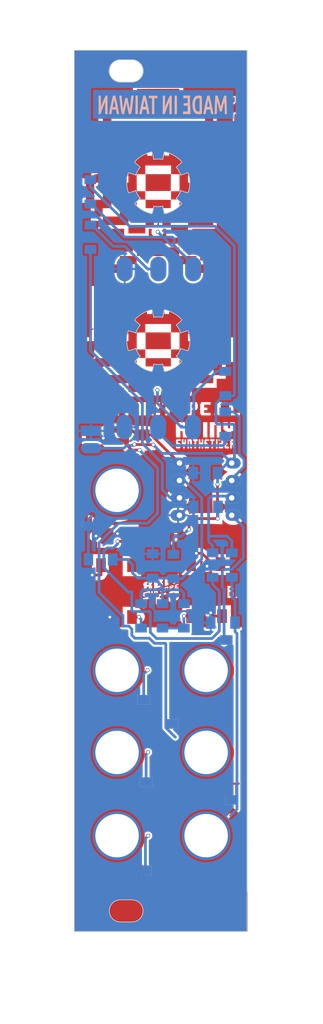
<source format=kicad_pcb>
(kicad_pcb (version 20221018) (generator pcbnew)
  (layers (0 "F.Cu" signal) (31 "B.Cu" signal) (34 "B.Paste" user) (35 "F.Paste" user) (36 "B.SilkS" user "B.Silkscreen") (37 "F.SilkS" user "F.Silkscreen") (38 "B.Mask" user) (39 "F.Mask" user) (44 "Edge.Cuts" user))
  (net 0 "")
  (net 1 "AudioProg")
  (net 2 "GND")
  (net 3 "CV_OUT")
  (net 4 "Net-(D-OUT1-Pad2)")
  (net 5 "Sync_OUT")
  (net 6 "But-L")
  (net 7 "But-R")
  (net 8 "PB4/A2")
  (net 9 "PB2/A1")
  (net 10 "PB1")
  (net 11 "PB0")
  (net 12 "Net-(POT1-MAIN1-Pad2)")
  (net 13 "Net-(POT2-CV1-Pad2)")
  (net 14 "Net-(J6-Pad1)")
  (net 15 "Sync_IN")
  (net 16 "+3V3")
  (net 17 "CV1_IN")
  (net 18 "CV2_IN")
  (footprint "8Bit_Eurorack:Sync_jumper" (layer "F.Cu") (at 78.99 95.72 -90)
    (fp_text reference "J6")
    (fp_text value "Sync_Jumper")
  )
  (footprint "8Bit_Eurorack:Potentiometer_backPads_noHole" (layer "F.Cu") (at 89.94 91.98 90)
    (fp_text reference "POT1-MAIN1")
    (fp_text value "POT 10K lin")
  )
  (footprint "8Bit_Eurorack:Potentiometer_backPads_noHole" (layer "F.Cu") (at 89.97 68.91 90)
    (fp_text reference "POT2-CV1")
    (fp_text value "POT 10K lin")
  )
  (footprint "8Bit_Eurorack:TACTILE-PTH_6mm_SMD" (layer "F.Cu") (at 78.7894 118.4008 -90)
    (fp_text reference "SW2")
    (fp_text value "SW_Push")
  )
  (footprint "8Bit_Eurorack:TACTILE-PTH_6mm_SMD" (layer "F.Cu") (at 91.9194 118.3108 90)
    (fp_text reference "SW3")
    (fp_text value "SW_Push")
  )
  (footprint "8Bit_Eurorack:SW_SPST_FSMSM" (layer "F.Cu") (at 78.97 95.65 180)
    (fp_text reference "SW4")
    (fp_text value "SW_Push")
  )
  (footprint "8Bit_Eurorack:Attiny_DIP-8_W7.62mm_mod" (layer "F.Cu") (at 87.97 99.75)
    (fp_text reference "U1")
    (fp_text value "ATTINY85-20SU")
  )
  (footprint "8Bit_Eurorack:8Bit_EuroRack-NEO_mini_frontplate" (layer "F.Cu") (at 85.272655 103.809858)
    (fp_text reference "Ref**" hide)
    (fp_text value "Val**" hide)
    (fp_line (start -12.651687 -64.264659) (end -12.651687 64.26487) (stroke (width 0.1)) (layer "Edge.Cuts"))
    (fp_line (start -12.651687 64.26487) (end -12.651687 64.26487) (stroke (width 0.1)) (layer "Edge.Cuts"))
    (fp_line (start -12.651687 64.26487) (end 12.577103 64.26487) (stroke (width 0.1)) (layer "Edge.Cuts"))
    (fp_line (start -7.540417 -61.250002) (end -7.532417 -61.415452) (stroke (width 0.1)) (layer "Edge.Cuts"))
    (fp_line (start -7.540417 61.24973) (end -7.532417 61.08428) (stroke (width 0.1)) (layer "Edge.Cuts"))
    (fp_line (start -7.532417 -61.415452) (end -7.508017 -61.576018) (stroke (width 0.1)) (layer "Edge.Cuts"))
    (fp_line (start -7.532417 -61.084552) (end -7.540417 -61.250002) (stroke (width 0.1)) (layer "Edge.Cuts"))
    (fp_line (start -7.532417 61.08428) (end -7.508017 60.92371) (stroke (width 0.1)) (layer "Edge.Cuts"))
    (fp_line (start -7.532417 61.41518) (end -7.540417 61.24973) (stroke (width 0.1)) (layer "Edge.Cuts"))
    (fp_line (start -7.508017 -61.576018) (end -7.468417 -61.730901) (stroke (width 0.1)) (layer "Edge.Cuts"))
    (fp_line (start -7.508017 -60.923986) (end -7.532417 -61.084552) (stroke (width 0.1)) (layer "Edge.Cuts"))
    (fp_line (start -7.508017 60.92371) (end -7.468417 60.76883) (stroke (width 0.1)) (layer "Edge.Cuts"))
    (fp_line (start -7.508017 61.57575) (end -7.532417 61.41518) (stroke (width 0.1)) (layer "Edge.Cuts"))
    (fp_line (start -7.468417 -61.730901) (end -7.414317 -61.879303) (stroke (width 0.1)) (layer "Edge.Cuts"))
    (fp_line (start -7.468417 -60.769103) (end -7.508017 -60.923986) (stroke (width 0.1)) (layer "Edge.Cuts"))
    (fp_line (start -7.468417 60.76883) (end -7.414317 60.62043) (stroke (width 0.1)) (layer "Edge.Cuts"))
    (fp_line (start -7.468417 61.73063) (end -7.508017 61.57575) (stroke (width 0.1)) (layer "Edge.Cuts"))
    (fp_line (start -7.414317 -61.879303) (end -7.346517 -62.020424) (stroke (width 0.1)) (layer "Edge.Cuts"))
    (fp_line (start -7.414317 -60.620701) (end -7.468417 -60.769103) (stroke (width 0.1)) (layer "Edge.Cuts"))
    (fp_line (start -7.414317 60.62043) (end -7.346517 60.47931) (stroke (width 0.1)) (layer "Edge.Cuts"))
    (fp_line (start -7.414317 61.87903) (end -7.468417 61.73063) (stroke (width 0.1)) (layer "Edge.Cuts"))
    (fp_line (start -7.346517 -62.020424) (end -7.265817 -62.153465) (stroke (width 0.1)) (layer "Edge.Cuts"))
    (fp_line (start -7.346517 -60.47958) (end -7.414317 -60.620701) (stroke (width 0.1)) (layer "Edge.Cuts"))
    (fp_line (start -7.346517 60.47931) (end -7.265817 60.34627) (stroke (width 0.1)) (layer "Edge.Cuts"))
    (fp_line (start -7.346517 62.02015) (end -7.414317 61.87903) (stroke (width 0.1)) (layer "Edge.Cuts"))
    (fp_line (start -7.265817 -62.153465) (end -7.069077 -62.392113) (stroke (width 0.1)) (layer "Edge.Cuts"))
    (fp_line (start -7.265817 -60.346539) (end -7.346517 -60.47958) (stroke (width 0.1)) (layer "Edge.Cuts"))
    (fp_line (start -7.265817 60.34627) (end -7.069077 60.10762) (stroke (width 0.1)) (layer "Edge.Cuts"))
    (fp_line (start -7.265817 62.15319) (end -7.346517 62.02015) (stroke (width 0.1)) (layer "Edge.Cuts"))
    (fp_line (start -7.069077 -62.392113) (end -6.830427 -62.588854) (stroke (width 0.1)) (layer "Edge.Cuts"))
    (fp_line (start -7.069077 -60.107891) (end -7.265817 -60.346539) (stroke (width 0.1)) (layer "Edge.Cuts"))
    (fp_line (start -7.069077 60.10762) (end -6.830427 59.91088) (stroke (width 0.1)) (layer "Edge.Cuts"))
    (fp_line (start -7.069077 62.39184) (end -7.265817 62.15319) (stroke (width 0.1)) (layer "Edge.Cuts"))
    (fp_line (start -6.830427 -62.588854) (end -6.697387 -62.669513) (stroke (width 0.1)) (layer "Edge.Cuts"))
    (fp_line (start -6.830427 -59.911149) (end -7.069077 -60.107891) (stroke (width 0.1)) (layer "Edge.Cuts"))
    (fp_line (start -6.830427 59.91088) (end -6.697387 59.83018) (stroke (width 0.1)) (layer "Edge.Cuts"))
    (fp_line (start -6.830427 62.58858) (end -7.069077 62.39184) (stroke (width 0.1)) (layer "Edge.Cuts"))
    (fp_line (start -6.697387 -62.669513) (end -6.556267 -62.737297) (stroke (width 0.1)) (layer "Edge.Cuts"))
    (fp_line (start -6.697387 -59.83049) (end -6.830427 -59.911149) (stroke (width 0.1)) (layer "Edge.Cuts"))
    (fp_line (start -6.697387 59.83018) (end -6.556267 59.76238) (stroke (width 0.1)) (layer "Edge.Cuts"))
    (fp_line (start -6.697387 62.66928) (end -6.830427 62.58858) (stroke (width 0.1)) (layer "Edge.Cuts"))
    (fp_line (start -6.556267 -62.737297) (end -6.407867 -62.79141) (stroke (width 0.1)) (layer "Edge.Cuts"))
    (fp_line (start -6.556267 -59.762705) (end -6.697387 -59.83049) (stroke (width 0.1)) (layer "Edge.Cuts"))
    (fp_line (start -6.556267 59.76238) (end -6.407867 59.70828) (stroke (width 0.1)) (layer "Edge.Cuts"))
    (fp_line (start -6.556267 62.73708) (end -6.697387 62.66928) (stroke (width 0.1)) (layer "Edge.Cuts"))
    (fp_line (start -6.407867 -62.79141) (end -6.252977 -62.831051) (stroke (width 0.1)) (layer "Edge.Cuts"))
    (fp_line (start -6.407867 -59.708592) (end -6.556267 -59.762705) (stroke (width 0.1)) (layer "Edge.Cuts"))
    (fp_line (start -6.407867 59.70828) (end -6.252977 59.66868) (stroke (width 0.1)) (layer "Edge.Cuts"))
    (fp_line (start -6.407867 62.79118) (end -6.556267 62.73708) (stroke (width 0.1)) (layer "Edge.Cuts"))
    (fp_line (start -6.252977 -62.831051) (end -6.092417 -62.855421) (stroke (width 0.1)) (layer "Edge.Cuts"))
    (fp_line (start -6.252977 -59.668951) (end -6.407867 -59.708592) (stroke (width 0.1)) (layer "Edge.Cuts"))
    (fp_line (start -6.252977 59.66868) (end -6.092417 59.64428) (stroke (width 0.1)) (layer "Edge.Cuts"))
    (fp_line (start -6.252977 62.83078) (end -6.407867 62.79118) (stroke (width 0.1)) (layer "Edge.Cuts"))
    (fp_line (start -6.092417 -62.855421) (end -5.926967 -62.86372) (stroke (width 0.1)) (layer "Edge.Cuts"))
    (fp_line (start -6.092417 -59.644581) (end -6.252977 -59.668951) (stroke (width 0.1)) (layer "Edge.Cuts"))
    (fp_line (start -6.092417 59.64428) (end -5.926967 59.63628) (stroke (width 0.1)) (layer "Edge.Cuts"))
    (fp_line (start -6.092417 62.85518) (end -6.252977 62.83078) (stroke (width 0.1)) (layer "Edge.Cuts"))
    (fp_line (start -5.926967 -62.86372) (end -5.926967 -62.86372) (stroke (width 0.1)) (layer "Edge.Cuts"))
    (fp_line (start -5.926967 -62.86372) (end -5.926967 -62.86372) (stroke (width 0.1)) (layer "Edge.Cuts"))
    (fp_line (start -5.926967 -62.86372) (end -4.226967 -62.86372) (stroke (width 0.1)) (layer "Edge.Cuts"))
    (fp_line (start -5.926967 -59.636281) (end -6.092417 -59.644581) (stroke (width 0.1)) (layer "Edge.Cuts"))
    (fp_line (start -5.926967 59.63628) (end -5.926967 59.63628) (stroke (width 0.1)) (layer "Edge.Cuts"))
    (fp_line (start -5.926967 59.63628) (end -5.926967 59.63628) (stroke (width 0.1)) (layer "Edge.Cuts"))
    (fp_line (start -5.926967 59.63628) (end -4.226967 59.63628) (stroke (width 0.1)) (layer "Edge.Cuts"))
    (fp_line (start -5.926967 62.86318) (end -6.092417 62.85518) (stroke (width 0.1)) (layer "Edge.Cuts"))
    (fp_line (start -4.995998 -45.064613) (end -4.993448 -44.742761) (stroke (width 0.1)) (layer "Edge.Cuts"))
    (fp_line (start -4.995998 -22.037496) (end -4.993448 -21.715644) (stroke (width 0.1)) (layer "Edge.Cuts"))
    (fp_line (start -4.993448 -44.742761) (end -4.968157 -44.421867) (stroke (width 0.1)) (layer "Edge.Cuts"))
    (fp_line (start -4.993448 -21.715644) (end -4.968157 -21.39475) (stroke (width 0.1)) (layer "Edge.Cuts"))
    (fp_line (start -4.975644 -45.385829) (end -4.995998 -45.064613) (stroke (width 0.1)) (layer "Edge.Cuts"))
    (fp_line (start -4.975644 -22.358712) (end -4.995998 -22.037496) (stroke (width 0.1)) (layer "Edge.Cuts"))
    (fp_line (start -4.968157 -44.421867) (end -4.92028 -44.103524) (stroke (width 0.1)) (layer "Edge.Cuts"))
    (fp_line (start -4.968157 -21.39475) (end -4.92028 -21.076407) (stroke (width 0.1)) (layer "Edge.Cuts"))
    (fp_line (start -4.932231 -45.704815) (end -4.975644 -45.385829) (stroke (width 0.1)) (layer "Edge.Cuts"))
    (fp_line (start -4.932231 -22.677698) (end -4.975644 -22.358712) (stroke (width 0.1)) (layer "Edge.Cuts"))
    (fp_line (start -4.92028 -44.103524) (end -4.849974 -43.789323) (stroke (width 0.1)) (layer "Edge.Cuts"))
    (fp_line (start -4.92028 -21.076407) (end -4.849974 -20.762206) (stroke (width 0.1)) (layer "Edge.Cuts"))
    (fp_line (start -4.8656 -46.01998) (end -4.932231 -45.704815) (stroke (width 0.1)) (layer "Edge.Cuts"))
    (fp_line (start -4.8656 -22.992863) (end -4.932231 -22.677698) (stroke (width 0.1)) (layer "Edge.Cuts"))
    (fp_line (start -4.849974 -43.789323) (end -4.757398 -43.48086) (stroke (width 0.1)) (layer "Edge.Cuts"))
    (fp_line (start -4.849974 -20.762206) (end -4.757398 -20.453743) (stroke (width 0.1)) (layer "Edge.Cuts"))
    (fp_line (start -4.835498 -46.120199) (end -4.8656 -46.01998) (stroke (width 0.1)) (layer "Edge.Cuts"))
    (fp_line (start -4.835498 -23.093082) (end -4.8656 -22.992863) (stroke (width 0.1)) (layer "Edge.Cuts"))
    (fp_line (start -4.813689 -46.231151) (end -4.835498 -46.120199) (stroke (width 0.1)) (layer "Edge.Cuts"))
    (fp_line (start -4.813689 -23.204034) (end -4.835498 -23.093082) (stroke (width 0.1)) (layer "Edge.Cuts"))
    (fp_line (start -4.777427 -46.328441) (end -4.813689 -46.231151) (stroke (width 0.1)) (layer "Edge.Cuts"))
    (fp_line (start -4.777427 -23.301324) (end -4.813689 -23.204034) (stroke (width 0.1)) (layer "Edge.Cuts"))
    (fp_line (start -4.757398 -43.48086) (end -4.627603 -43.47826) (stroke (width 0.1)) (layer "Edge.Cuts"))
    (fp_line (start -4.757398 -20.453743) (end -4.627603 -20.451143) (stroke (width 0.1)) (layer "Edge.Cuts"))
    (fp_line (start -4.746768 -46.364331) (end -4.777427 -46.328441) (stroke (width 0.1)) (layer "Edge.Cuts"))
    (fp_line (start -4.746768 -23.337214) (end -4.777427 -23.301324) (stroke (width 0.1)) (layer "Edge.Cuts"))
    (fp_line (start -4.703966 -46.387661) (end -4.746768 -46.364331) (stroke (width 0.1)) (layer "Edge.Cuts"))
    (fp_line (start -4.703966 -23.360544) (end -4.746768 -23.337214) (stroke (width 0.1)) (layer "Edge.Cuts"))
    (fp_line (start -4.627603 -43.47826) (end -4.499189 -43.51627) (stroke (width 0.1)) (layer "Edge.Cuts"))
    (fp_line (start -4.627603 -20.451143) (end -4.499189 -20.489153) (stroke (width 0.1)) (layer "Edge.Cuts"))
    (fp_line (start -4.499189 -43.51627) (end -4.371217 -43.5683) (stroke (width 0.1)) (layer "Edge.Cuts"))
    (fp_line (start -4.499189 -20.489153) (end -4.371217 -20.541183) (stroke (width 0.1)) (layer "Edge.Cuts"))
    (fp_line (start -4.44744 -46.316941) (end -4.703966 -46.387661) (stroke (width 0.1)) (layer "Edge.Cuts"))
    (fp_line (start -4.44744 -23.289824) (end -4.703966 -23.360544) (stroke (width 0.1)) (layer "Edge.Cuts"))
    (fp_line (start -4.371217 -43.5683) (end -4.242749 -43.60772) (stroke (width 0.1)) (layer "Edge.Cuts"))
    (fp_line (start -4.371217 -20.541183) (end -4.242749 -20.580603) (stroke (width 0.1)) (layer "Edge.Cuts"))
    (fp_line (start -4.242749 -43.60772) (end -3.677778 -43.798726) (stroke (width 0.1)) (layer "Edge.Cuts"))
    (fp_line (start -4.242749 -20.580603) (end -3.677778 -20.771609) (stroke (width 0.1)) (layer "Edge.Cuts"))
    (fp_line (start -4.226967 -62.86372) (end -4.061517 -62.855421) (stroke (width 0.1)) (layer "Edge.Cuts"))
    (fp_line (start -4.226967 -59.636281) (end -5.926967 -59.636281) (stroke (width 0.1)) (layer "Edge.Cuts"))
    (fp_line (start -4.226967 59.63628) (end -4.061517 59.64428) (stroke (width 0.1)) (layer "Edge.Cuts"))
    (fp_line (start -4.226967 62.86318) (end -5.926967 62.86318) (stroke (width 0.1)) (layer "Edge.Cuts"))
    (fp_line (start -4.191385 -46.231671) (end -4.44744 -46.316941) (stroke (width 0.1)) (layer "Edge.Cuts"))
    (fp_line (start -4.191385 -23.204554) (end -4.44744 -23.289824) (stroke (width 0.1)) (layer "Edge.Cuts"))
    (fp_line (start -4.061517 -62.855421) (end -3.900947 -62.831051) (stroke (width 0.1)) (layer "Edge.Cuts"))
    (fp_line (start -4.061517 -59.644581) (end -4.226967 -59.636281) (stroke (width 0.1)) (layer "Edge.Cuts"))
    (fp_line (start -4.061517 59.64428) (end -3.900947 59.66868) (stroke (width 0.1)) (layer "Edge.Cuts"))
    (fp_line (start -4.061517 62.85518) (end -4.226967 62.86318) (stroke (width 0.1)) (layer "Edge.Cuts"))
    (fp_line (start -3.900947 -62.831051) (end -3.746067 -62.79141) (stroke (width 0.1)) (layer "Edge.Cuts"))
    (fp_line (start -3.900947 -59.668951) (end -4.061517 -59.644581) (stroke (width 0.1)) (layer "Edge.Cuts"))
    (fp_line (start -3.900947 59.66868) (end -3.746067 59.70828) (stroke (width 0.1)) (layer "Edge.Cuts"))
    (fp_line (start -3.900947 62.83078) (end -4.061517 62.85518) (stroke (width 0.1)) (layer "Edge.Cuts"))
    (fp_line (start -3.83338 -47.98599) (end -3.806021 -47.92128) (stroke (width 0.1)) (layer "Edge.Cuts"))
    (fp_line (start -3.83338 -24.958873) (end -3.806021 -24.894163) (stroke (width 0.1)) (layer "Edge.Cuts"))
    (fp_line (start -3.816438 -41.928764) (end -3.814268 -41.881684) (stroke (width 0.1)) (layer "Edge.Cuts"))
    (fp_line (start -3.816438 -18.901647) (end -3.814268 -18.854567) (stroke (width 0.1)) (layer "Edge.Cuts"))
    (fp_line (start -3.814268 -41.881684) (end -3.796163 -41.838564) (stroke (width 0.1)) (layer "Edge.Cuts"))
    (fp_line (start -3.814268 -18.854567) (end -3.796163 -18.811447) (stroke (width 0.1)) (layer "Edge.Cuts"))
    (fp_line (start -3.806021 -47.92128) (end -3.766622 -47.86419) (stroke (width 0.1)) (layer "Edge.Cuts"))
    (fp_line (start -3.806021 -24.894163) (end -3.766622 -24.837073) (stroke (width 0.1)) (layer "Edge.Cuts"))
    (fp_line (start -3.796163 -41.838564) (end -3.727922 -41.760564) (stroke (width 0.1)) (layer "Edge.Cuts"))
    (fp_line (start -3.796163 -18.811447) (end -3.727922 -18.733447) (stroke (width 0.1)) (layer "Edge.Cuts"))
    (fp_line (start -3.766622 -47.86419) (end -3.663493 -47.7654) (stroke (width 0.1)) (layer "Edge.Cuts"))
    (fp_line (start -3.766622 -24.837073) (end -3.663493 -24.738283) (stroke (width 0.1)) (layer "Edge.Cuts"))
    (fp_line (start -3.746067 -62.79141) (end -3.597667 -62.737297) (stroke (width 0.1)) (layer "Edge.Cuts"))
    (fp_line (start -3.746067 -59.708592) (end -3.900947 -59.668951) (stroke (width 0.1)) (layer "Edge.Cuts"))
    (fp_line (start -3.746067 59.70828) (end -3.597667 59.76238) (stroke (width 0.1)) (layer "Edge.Cuts"))
    (fp_line (start -3.746067 62.79118) (end -3.900947 62.83078) (stroke (width 0.1)) (layer "Edge.Cuts"))
    (fp_line (start -3.727922 -41.760564) (end -3.643255 -41.687434) (stroke (width 0.1)) (layer "Edge.Cuts"))
    (fp_line (start -3.727922 -18.733447) (end -3.643255 -18.660317) (stroke (width 0.1)) (layer "Edge.Cuts"))
    (fp_line (start -3.67941 -46.05691) (end -4.191385 -46.231671) (stroke (width 0.1)) (layer "Edge.Cuts"))
    (fp_line (start -3.67941 -23.029793) (end -4.191385 -23.204554) (stroke (width 0.1)) (layer "Edge.Cuts"))
    (fp_line (start -3.677778 -43.798726) (end -3.552473 -43.490232) (stroke (width 0.1)) (layer "Edge.Cuts"))
    (fp_line (start -3.677778 -20.771609) (end -3.552473 -20.463115) (stroke (width 0.1)) (layer "Edge.Cuts"))
    (fp_line (start -3.663493 -47.7654) (end -3.547564 -47.67468) (stroke (width 0.1)) (layer "Edge.Cuts"))
    (fp_line (start -3.663493 -24.738283) (end -3.547564 -24.647563) (stroke (width 0.1)) (layer "Edge.Cuts"))
    (fp_line (start -3.643255 -41.687434) (end -3.5737 -41.611844) (stroke (width 0.1)) (layer "Edge.Cuts"))
    (fp_line (start -3.643255 -18.660317) (end -3.5737 -18.584727) (stroke (width 0.1)) (layer "Edge.Cuts"))
    (fp_line (start -3.625715 -42.116526) (end -3.816438 -41.928764) (stroke (width 0.1)) (layer "Edge.Cuts"))
    (fp_line (start -3.625715 -19.089409) (end -3.816438 -18.901647) (stroke (width 0.1)) (layer "Edge.Cuts"))
    (fp_line (start -3.611522 -48.218277) (end -3.83338 -47.98599) (stroke (width 0.1)) (layer "Edge.Cuts"))
    (fp_line (start -3.611522 -25.19116) (end -3.83338 -24.958873) (stroke (width 0.1)) (layer "Edge.Cuts"))
    (fp_line (start -3.597667 -62.737297) (end -3.456537 -62.669513) (stroke (width 0.1)) (layer "Edge.Cuts"))
    (fp_line (start -3.597667 -59.762705) (end -3.746067 -59.708592) (stroke (width 0.1)) (layer "Edge.Cuts"))
    (fp_line (start -3.597667 59.76238) (end -3.456537 59.83018) (stroke (width 0.1)) (layer "Edge.Cuts"))
    (fp_line (start -3.597667 62.73708) (end -3.746067 62.79118) (stroke (width 0.1)) (layer "Edge.Cuts"))
    (fp_line (start -3.5737 -41.611844) (end -3.333737 -41.397489) (stroke (width 0.1)) (layer "Edge.Cuts"))
    (fp_line (start -3.5737 -18.584727) (end -3.333737 -18.370372) (stroke (width 0.1)) (layer "Edge.Cuts"))
    (fp_line (start -3.557446 -46.366768) (end -3.67941 -46.05691) (stroke (width 0.1)) (layer "Edge.Cuts"))
    (fp_line (start -3.557446 -23.339651) (end -3.67941 -23.029793) (stroke (width 0.1)) (layer "Edge.Cuts"))
    (fp_line (start -3.552473 -43.490232) (end -3.399989 -43.19434) (stroke (width 0.1)) (layer "Edge.Cuts"))
    (fp_line (start -3.552473 -20.463115) (end -3.399989 -20.167223) (stroke (width 0.1)) (layer "Edge.Cuts"))
    (fp_line (start -3.547564 -47.67468) (end -3.442407 -47.5771) (stroke (width 0.1)) (layer "Edge.Cuts"))
    (fp_line (start -3.547564 -24.647563) (end -3.442407 -24.549983) (stroke (width 0.1)) (layer "Edge.Cuts"))
    (fp_line (start -3.456537 -62.669513) (end -3.323497 -62.588854) (stroke (width 0.1)) (layer "Edge.Cuts"))
    (fp_line (start -3.456537 -59.83049) (end -3.597667 -59.762705) (stroke (width 0.1)) (layer "Edge.Cuts"))
    (fp_line (start -3.456537 59.83018) (end -3.323497 59.91088) (stroke (width 0.1)) (layer "Edge.Cuts"))
    (fp_line (start -3.456537 62.66928) (end -3.597667 62.73708) (stroke (width 0.1)) (layer "Edge.Cuts"))
    (fp_line (start -3.442407 -47.5771) (end -3.01999 -47.205678) (stroke (width 0.1)) (layer "Edge.Cuts"))
    (fp_line (start -3.442407 -24.549983) (end -3.01999 -24.178561) (stroke (width 0.1)) (layer "Edge.Cuts"))
    (fp_line (start -3.422706 -42.296616) (end -3.625715 -42.116526) (stroke (width 0.1)) (layer "Edge.Cuts"))
    (fp_line (start -3.422706 -19.269499) (end -3.625715 -19.089409) (stroke (width 0.1)) (layer "Edge.Cuts"))
    (fp_line (start -3.405263 -46.663073) (end -3.557446 -46.366768) (stroke (width 0.1)) (layer "Edge.Cuts"))
    (fp_line (start -3.405263 -23.635956) (end -3.557446 -23.339651) (stroke (width 0.1)) (layer "Edge.Cuts"))
    (fp_line (start -3.399989 -43.19434) (end -3.220136 -42.914482) (stroke (width 0.1)) (layer "Edge.Cuts"))
    (fp_line (start -3.399989 -20.167223) (end -3.220136 -19.887365) (stroke (width 0.1)) (layer "Edge.Cuts"))
    (fp_line (start -3.373912 -48.43428) (end -3.611522 -48.218277) (stroke (width 0.1)) (layer "Edge.Cuts"))
    (fp_line (start -3.373912 -25.407163) (end -3.611522 -25.19116) (stroke (width 0.1)) (layer "Edge.Cuts"))
    (fp_line (start -3.333737 -41.397489) (end -3.079313 -41.200676) (stroke (width 0.1)) (layer "Edge.Cuts"))
    (fp_line (start -3.333737 -18.370372) (end -3.079313 -18.173559) (stroke (width 0.1)) (layer "Edge.Cuts"))
    (fp_line (start -3.323497 -62.588854) (end -3.084847 -62.392113) (stroke (width 0.1)) (layer "Edge.Cuts"))
    (fp_line (start -3.323497 -59.911149) (end -3.456537 -59.83049) (stroke (width 0.1)) (layer "Edge.Cuts"))
    (fp_line (start -3.323497 59.91088) (end -3.084847 60.10762) (stroke (width 0.1)) (layer "Edge.Cuts"))
    (fp_line (start -3.323497 62.58858) (end -3.456537 62.66928) (stroke (width 0.1)) (layer "Edge.Cuts"))
    (fp_line (start -3.225298 -46.943488) (end -3.405263 -46.663073) (stroke (width 0.1)) (layer "Edge.Cuts"))
    (fp_line (start -3.225298 -23.916371) (end -3.405263 -23.635956) (stroke (width 0.1)) (layer "Edge.Cuts"))
    (fp_line (start -3.220136 -42.914482) (end -3.012728 -42.654093) (stroke (width 0.1)) (layer "Edge.Cuts"))
    (fp_line (start -3.220136 -19.887365) (end -3.012728 -19.626976) (stroke (width 0.1)) (layer "Edge.Cuts"))
    (fp_line (start -3.121846 -48.633178) (end -3.373912 -48.43428) (stroke (width 0.1)) (layer "Edge.Cuts"))
    (fp_line (start -3.121846 -25.606061) (end -3.373912 -25.407163) (stroke (width 0.1)) (layer "Edge.Cuts"))
    (fp_line (start -3.084847 -62.392113) (end -2.888107 -62.153465) (stroke (width 0.1)) (layer "Edge.Cuts"))
    (fp_line (start -3.084847 -60.107891) (end -3.323497 -59.911149) (stroke (width 0.1)) (layer "Edge.Cuts"))
    (fp_line (start -3.084847 60.10762) (end -2.888107 60.34627) (stroke (width 0.1)) (layer "Edge.Cuts"))
    (fp_line (start -3.084847 62.39184) (end -3.323497 62.58858) (stroke (width 0.1)) (layer "Edge.Cuts"))
    (fp_line (start -3.079313 -41.200676) (end -2.811792 -41.022123) (stroke (width 0.1)) (layer "Edge.Cuts"))
    (fp_line (start -3.079313 -18.173559) (end -2.811792 -17.995006) (stroke (width 0.1)) (layer "Edge.Cuts"))
    (fp_line (start -3.01999 -47.205678) (end -3.225298 -46.943488) (stroke (width 0.1)) (layer "Edge.Cuts"))
    (fp_line (start -3.01999 -24.178561) (end -3.225298 -23.916371) (stroke (width 0.1)) (layer "Edge.Cuts"))
    (fp_line (start -3.012728 -42.654093) (end -3.422706 -42.296616) (stroke (width 0.1)) (layer "Edge.Cuts"))
    (fp_line (start -3.012728 -19.626976) (end -3.422706 -19.269499) (stroke (width 0.1)) (layer "Edge.Cuts"))
    (fp_line (start -2.888107 -62.153465) (end -2.807407 -62.020424) (stroke (width 0.1)) (layer "Edge.Cuts"))
    (fp_line (start -2.888107 -60.346539) (end -3.084847 -60.107891) (stroke (width 0.1)) (layer "Edge.Cuts"))
    (fp_line (start -2.888107 60.34627) (end -2.807407 60.47931) (stroke (width 0.1)) (layer "Edge.Cuts"))
    (fp_line (start -2.888107 62.15319) (end -3.084847 62.39184) (stroke (width 0.1)) (layer "Edge.Cuts"))
    (fp_line (start -2.856622 -48.814152) (end -3.121846 -48.633178) (stroke (width 0.1)) (layer "Edge.Cuts"))
    (fp_line (start -2.856622 -25.787035) (end -3.121846 -25.606061) (stroke (width 0.1)) (layer "Edge.Cuts"))
    (fp_line (start -2.811792 -41.022123) (end -2.532539 -40.862548) (stroke (width 0.1)) (layer "Edge.Cuts"))
    (fp_line (start -2.811792 -17.995006) (end -2.532539 -17.835431) (stroke (width 0.1)) (layer "Edge.Cuts"))
    (fp_line (start -2.807407 -62.020424) (end -2.739607 -61.879303) (stroke (width 0.1)) (layer "Edge.Cuts"))
    (fp_line (start -2.807407 -60.47958) (end -2.888107 -60.346539) (stroke (width 0.1)) (layer "Edge.Cuts"))
    (fp_line (start -2.807407 60.47931) (end -2.739607 60.62043) (stroke (width 0.1)) (layer "Edge.Cuts"))
    (fp_line (start -2.807407 62.02015) (end -2.888107 62.15319) (stroke (width 0.1)) (layer "Edge.Cuts"))
    (fp_line (start -2.739607 -61.879303) (end -2.685507 -61.730901) (stroke (width 0.1)) (layer "Edge.Cuts"))
    (fp_line (start -2.739607 -60.620701) (end -2.807407 -60.47958) (stroke (width 0.1)) (layer "Edge.Cuts"))
    (fp_line (start -2.739607 60.62043) (end -2.685507 60.76883) (stroke (width 0.1)) (layer "Edge.Cuts"))
    (fp_line (start -2.739607 61.87903) (end -2.807407 62.02015) (stroke (width 0.1)) (layer "Edge.Cuts"))
    (fp_line (start -2.685507 -61.730901) (end -2.645907 -61.576018) (stroke (width 0.1)) (layer "Edge.Cuts"))
    (fp_line (start -2.685507 -60.769103) (end -2.739607 -60.620701) (stroke (width 0.1)) (layer "Edge.Cuts"))
    (fp_line (start -2.685507 60.76883) (end -2.645907 60.92371) (stroke (width 0.1)) (layer "Edge.Cuts"))
    (fp_line (start -2.685507 61.73063) (end -2.739607 61.87903) (stroke (width 0.1)) (layer "Edge.Cuts"))
    (fp_line (start -2.645907 -61.576018) (end -2.621507 -61.415452) (stroke (width 0.1)) (layer "Edge.Cuts"))
    (fp_line (start -2.645907 -60.923986) (end -2.685507 -60.769103) (stroke (width 0.1)) (layer "Edge.Cuts"))
    (fp_line (start -2.645907 60.92371) (end -2.621507 61.08428) (stroke (width 0.1)) (layer "Edge.Cuts"))
    (fp_line (start -2.645907 61.57575) (end -2.685507 61.73063) (stroke (width 0.1)) (layer "Edge.Cuts"))
    (fp_line (start -2.621507 -61.415452) (end -2.613507 -61.250002) (stroke (width 0.1)) (layer "Edge.Cuts"))
    (fp_line (start -2.621507 -61.084552) (end -2.645907 -60.923986) (stroke (width 0.1)) (layer "Edge.Cuts"))
    (fp_line (start -2.621507 61.08428) (end -2.613507 61.24973) (stroke (width 0.1)) (layer "Edge.Cuts"))
    (fp_line (start -2.621507 61.41518) (end -2.645907 61.57575) (stroke (width 0.1)) (layer "Edge.Cuts"))
    (fp_line (start -2.613507 -61.250002) (end -2.621507 -61.084552) (stroke (width 0.1)) (layer "Edge.Cuts"))
    (fp_line (start -2.613507 61.24973) (end -2.621507 61.41518) (stroke (width 0.1)) (layer "Edge.Cuts"))
    (fp_line (start -2.579535 -48.976381) (end -2.856622 -48.814152) (stroke (width 0.1)) (layer "Edge.Cuts"))
    (fp_line (start -2.579535 -25.949264) (end -2.856622 -25.787035) (stroke (width 0.1)) (layer "Edge.Cuts"))
    (fp_line (start -2.532539 -40.862548) (end -2.242918 -40.722669) (stroke (width 0.1)) (layer "Edge.Cuts"))
    (fp_line (start -2.532539 -17.835431) (end -2.242918 -17.695552) (stroke (width 0.1)) (layer "Edge.Cuts"))
    (fp_line (start -2.291881 -49.119046) (end -2.579535 -48.976381) (stroke (width 0.1)) (layer "Edge.Cuts"))
    (fp_line (start -2.291881 -26.091929) (end -2.579535 -25.949264) (stroke (width 0.1)) (layer "Edge.Cuts"))
    (fp_line (start -2.242918 -40.722669) (end -1.944293 -40.603203) (stroke (width 0.1)) (layer "Edge.Cuts"))
    (fp_line (start -2.242918 -17.695552) (end -1.944293 -17.576086) (stroke (width 0.1)) (layer "Edge.Cuts"))
    (fp_line (start -1.994958 -49.241326) (end -2.291881 -49.119046) (stroke (width 0.1)) (layer "Edge.Cuts"))
    (fp_line (start -1.994958 -26.214209) (end -2.291881 -26.091929) (stroke (width 0.1)) (layer "Edge.Cuts"))
    (fp_line (start -1.944293 -40.603203) (end -1.638029 -40.504873) (stroke (width 0.1)) (layer "Edge.Cuts"))
    (fp_line (start -1.944293 -17.576086) (end -1.638029 -17.477756) (stroke (width 0.1)) (layer "Edge.Cuts"))
    (fp_line (start -1.690061 -49.342401) (end -1.994958 -49.241326) (stroke (width 0.1)) (layer "Edge.Cuts"))
    (fp_line (start -1.690061 -26.315284) (end -1.994958 -26.214209) (stroke (width 0.1)) (layer "Edge.Cuts"))
    (fp_line (start -1.638029 -40.504873) (end -1.325491 -40.428393) (stroke (width 0.1)) (layer "Edge.Cuts"))
    (fp_line (start -1.638029 -17.477756) (end -1.325491 -17.401276) (stroke (width 0.1)) (layer "Edge.Cuts"))
    (fp_line (start -1.586945 -49.366031) (end -1.690061 -49.342401) (stroke (width 0.1)) (layer "Edge.Cuts"))
    (fp_line (start -1.586945 -26.338914) (end -1.690061 -26.315284) (stroke (width 0.1)) (layer "Edge.Cuts"))
    (fp_line (start -1.478464 -49.403761) (end -1.586945 -49.366031) (stroke (width 0.1)) (layer "Edge.Cuts"))
    (fp_line (start -1.478464 -26.376644) (end -1.586945 -26.338914) (stroke (width 0.1)) (layer "Edge.Cuts"))
    (fp_line (start -1.374776 -49.421771) (end -1.478464 -49.403761) (stroke (width 0.1)) (layer "Edge.Cuts"))
    (fp_line (start -1.374776 -26.394654) (end -1.478464 -26.376644) (stroke (width 0.1)) (layer "Edge.Cuts"))
    (fp_line (start -1.327906 -49.412771) (end -1.374776 -49.421771) (stroke (width 0.1)) (layer "Edge.Cuts"))
    (fp_line (start -1.327906 -26.385654) (end -1.374776 -26.394654) (stroke (width 0.1)) (layer "Edge.Cuts"))
    (fp_line (start -1.325491 -40.428393) (end -1.258331 -40.539489) (stroke (width 0.1)) (layer "Edge.Cuts"))
    (fp_line (start -1.325491 -17.401276) (end -1.258331 -17.512372) (stroke (width 0.1)) (layer "Edge.Cuts"))
    (fp_line (start -1.286046 -49.386201) (end -1.327906 -49.412771) (stroke (width 0.1)) (layer "Edge.Cuts"))
    (fp_line (start -1.286046 -26.359084) (end -1.327906 -26.385654) (stroke (width 0.1)) (layer "Edge.Cuts"))
    (fp_line (start -1.258331 -40.539489) (end -1.227051 -40.669506) (stroke (width 0.1)) (layer "Edge.Cuts"))
    (fp_line (start -1.258331 -17.512372) (end -1.227051 -17.642389) (stroke (width 0.1)) (layer "Edge.Cuts"))
    (fp_line (start -1.227051 -40.669506) (end -1.208191 -40.806088) (stroke (width 0.1)) (layer "Edge.Cuts"))
    (fp_line (start -1.227051 -17.642389) (end -1.208191 -17.778971) (stroke (width 0.1)) (layer "Edge.Cuts"))
    (fp_line (start -1.219326 -49.12958) (end -1.286046 -49.386201) (stroke (width 0.1)) (layer "Edge.Cuts"))
    (fp_line (start -1.219326 -26.102463) (end -1.286046 -26.359084) (stroke (width 0.1)) (layer "Edge.Cuts"))
    (fp_line (start -1.208191 -40.806088) (end -1.178281 -40.936882) (stroke (width 0.1)) (layer "Edge.Cuts"))
    (fp_line (start -1.208191 -17.778971) (end -1.178281 -17.909765) (stroke (width 0.1)) (layer "Edge.Cuts"))
    (fp_line (start -1.178281 -40.936882) (end -1.059888 -41.527037) (stroke (width 0.1)) (layer "Edge.Cuts"))
    (fp_line (start -1.178281 -17.909765) (end -1.059888 -18.49992) (stroke (width 0.1)) (layer "Edge.Cuts"))
    (fp_line (start -1.165606 -48.866036) (end -1.219326 -49.12958) (stroke (width 0.1)) (layer "Edge.Cuts"))
    (fp_line (start -1.165606 -25.838919) (end -1.219326 -26.102463) (stroke (width 0.1)) (layer "Edge.Cuts"))
    (fp_line (start -1.060127 -48.33731) (end -1.165606 -48.866036) (stroke (width 0.1)) (layer "Edge.Cuts"))
    (fp_line (start -1.060127 -25.310193) (end -1.165606 -25.838919) (stroke (width 0.1)) (layer "Edge.Cuts"))
    (fp_line (start -1.059888 -41.527037) (end -0.730482 -41.481167) (stroke (width 0.1)) (layer "Edge.Cuts"))
    (fp_line (start -1.059888 -18.49992) (end -0.730482 -18.45405) (stroke (width 0.1)) (layer "Edge.Cuts"))
    (fp_line (start -0.730527 -48.38608) (end -1.060127 -48.33731) (stroke (width 0.1)) (layer "Edge.Cuts"))
    (fp_line (start -0.730527 -25.358963) (end -1.060127 -25.310193) (stroke (width 0.1)) (layer "Edge.Cuts"))
    (fp_line (start -0.730482 -41.481167) (end -0.398241 -41.465157) (stroke (width 0.1)) (layer "Edge.Cuts"))
    (fp_line (start -0.730482 -18.45405) (end -0.398241 -18.43804) (stroke (width 0.1)) (layer "Edge.Cuts"))
    (fp_line (start -0.398241 -41.465157) (end -0.066095 -41.480467) (stroke (width 0.1)) (layer "Edge.Cuts"))
    (fp_line (start -0.398241 -18.43804) (end -0.066095 -18.45335) (stroke (width 0.1)) (layer "Edge.Cuts"))
    (fp_line (start -0.39783 -48.40178) (end -0.730527 -48.38608) (stroke (width 0.1)) (layer "Edge.Cuts"))
    (fp_line (start -0.39783 -25.374663) (end -0.730527 -25.358963) (stroke (width 0.1)) (layer "Edge.Cuts"))
    (fp_line (start -0.066095 -41.480467) (end 0.263022 -41.528537) (stroke (width 0.1)) (layer "Edge.Cuts"))
    (fp_line (start -0.066095 -18.45335) (end 0.263022 -18.50142) (stroke (width 0.1)) (layer "Edge.Cuts"))
    (fp_line (start -0.065029 -48.38577) (end -0.39783 -48.40178) (stroke (width 0.1)) (layer "Edge.Cuts"))
    (fp_line (start -0.065029 -25.358653) (end -0.39783 -25.374663) (stroke (width 0.1)) (layer "Edge.Cuts"))
    (fp_line (start 0.263022 -41.528537) (end 0.368068 -40.994256) (stroke (width 0.1)) (layer "Edge.Cuts"))
    (fp_line (start 0.263022 -18.50142) (end 0.368068 -17.967139) (stroke (width 0.1)) (layer "Edge.Cuts"))
    (fp_line (start 0.264883 -48.33941) (end -0.065029 -48.38577) (stroke (width 0.1)) (layer "Edge.Cuts"))
    (fp_line (start 0.264883 -25.312293) (end -0.065029 -25.358653) (stroke (width 0.1)) (layer "Edge.Cuts"))
    (fp_line (start 0.348033 -48.755846) (end 0.264883 -48.33941) (stroke (width 0.1)) (layer "Edge.Cuts"))
    (fp_line (start 0.348033 -25.728729) (end 0.264883 -25.312293) (stroke (width 0.1)) (layer "Edge.Cuts"))
    (fp_line (start 0.368068 -40.994256) (end 0.422698 -40.728141) (stroke (width 0.1)) (layer "Edge.Cuts"))
    (fp_line (start 0.368068 -17.967139) (end 0.422698 -17.701024) (stroke (width 0.1)) (layer "Edge.Cuts"))
    (fp_line (start 0.385343 -48.928049) (end 0.348033 -48.755846) (stroke (width 0.1)) (layer "Edge.Cuts"))
    (fp_line (start 0.385343 -25.900932) (end 0.348033 -25.728729) (stroke (width 0.1)) (layer "Edge.Cuts"))
    (fp_line (start 0.414173 -49.103847) (end 0.385343 -48.928049) (stroke (width 0.1)) (layer "Edge.Cuts"))
    (fp_line (start 0.414173 -26.07673) (end 0.385343 -25.900932) (stroke (width 0.1)) (layer "Edge.Cuts"))
    (fp_line (start 0.422698 -40.728141) (end 0.489568 -40.468673) (stroke (width 0.1)) (layer "Edge.Cuts"))
    (fp_line (start 0.422698 -17.701024) (end 0.489568 -17.441556) (stroke (width 0.1)) (layer "Edge.Cuts"))
    (fp_line (start 0.452193 -49.27581) (end 0.414173 -49.103847) (stroke (width 0.1)) (layer "Edge.Cuts"))
    (fp_line (start 0.452193 -26.248693) (end 0.414173 -26.07673) (stroke (width 0.1)) (layer "Edge.Cuts"))
    (fp_line (start 0.489568 -40.468673) (end 0.535038 -40.449763) (stroke (width 0.1)) (layer "Edge.Cuts"))
    (fp_line (start 0.489568 -17.441556) (end 0.535038 -17.422646) (stroke (width 0.1)) (layer "Edge.Cuts"))
    (fp_line (start 0.517078 -26.409344) (end 0.517083 -26.409391) (stroke (width 0.1)) (layer "Edge.Cuts"))
    (fp_line (start 0.517083 -49.436508) (end 0.452193 -49.27581) (stroke (width 0.1)) (layer "Edge.Cuts"))
    (fp_line (start 0.517083 -49.436508) (end 0.517083 -49.436508) (stroke (width 0.1)) (layer "Edge.Cuts"))
    (fp_line (start 0.517083 -26.409391) (end 0.452193 -26.248693) (stroke (width 0.1)) (layer "Edge.Cuts"))
    (fp_line (start 0.535038 -40.449763) (end 0.584658 -40.445163) (stroke (width 0.1)) (layer "Edge.Cuts"))
    (fp_line (start 0.535038 -17.422646) (end 0.584658 -17.418046) (stroke (width 0.1)) (layer "Edge.Cuts"))
    (fp_line (start 0.557978 -49.430561) (end 0.517083 -49.436508) (stroke (width 0.1)) (layer "Edge.Cuts"))
    (fp_line (start 0.557978 -26.403444) (end 0.517078 -26.409344) (stroke (width 0.1)) (layer "Edge.Cuts"))
    (fp_line (start 0.584658 -40.445163) (end 0.692063 -40.465513) (stroke (width 0.1)) (layer "Edge.Cuts"))
    (fp_line (start 0.584658 -17.418046) (end 0.692063 -17.438396) (stroke (width 0.1)) (layer "Edge.Cuts"))
    (fp_line (start 0.692063 -40.465513) (end 0.803216 -40.502453) (stroke (width 0.1)) (layer "Edge.Cuts"))
    (fp_line (start 0.692063 -17.438396) (end 0.803216 -17.475336) (stroke (width 0.1)) (layer "Edge.Cuts"))
    (fp_line (start 0.803216 -40.502453) (end 0.909558 -40.528773) (stroke (width 0.1)) (layer "Edge.Cuts"))
    (fp_line (start 0.803216 -17.475336) (end 0.909558 -17.501656) (stroke (width 0.1)) (layer "Edge.Cuts"))
    (fp_line (start 0.831443 -49.363451) (end 0.557978 -49.430561) (stroke (width 0.1)) (layer "Edge.Cuts"))
    (fp_line (start 0.831443 -26.336334) (end 0.557978 -26.403444) (stroke (width 0.1)) (layer "Edge.Cuts"))
    (fp_line (start 0.909558 -40.528773) (end 1.211576 -40.62986) (stroke (width 0.1)) (layer "Edge.Cuts"))
    (fp_line (start 0.909558 -17.501656) (end 1.211576 -17.602743) (stroke (width 0.1)) (layer "Edge.Cuts"))
    (fp_line (start 1.139376 -49.267011) (end 0.831443 -49.363451) (stroke (width 0.1)) (layer "Edge.Cuts"))
    (fp_line (start 1.139376 -26.239894) (end 0.831443 -26.336334) (stroke (width 0.1)) (layer "Edge.Cuts"))
    (fp_line (start 1.211576 -40.62986) (end 1.50564 -40.751901) (stroke (width 0.1)) (layer "Edge.Cuts"))
    (fp_line (start 1.211576 -17.602743) (end 1.50564 -17.724784) (stroke (width 0.1)) (layer "Edge.Cuts"))
    (fp_line (start 1.439497 -49.148168) (end 1.139376 -49.267011) (stroke (width 0.1)) (layer "Edge.Cuts"))
    (fp_line (start 1.439497 -26.121051) (end 1.139376 -26.239894) (stroke (width 0.1)) (layer "Edge.Cuts"))
    (fp_line (start 1.50564 -40.751901) (end 1.7905 -40.894059) (stroke (width 0.1)) (layer "Edge.Cuts"))
    (fp_line (start 1.50564 -17.724784) (end 1.7905 -17.866942) (stroke (width 0.1)) (layer "Edge.Cuts"))
    (fp_line (start 1.730454 -49.008007) (end 1.439497 -49.148168) (stroke (width 0.1)) (layer "Edge.Cuts"))
    (fp_line (start 1.730454 -25.98089) (end 1.439497 -26.121051) (stroke (width 0.1)) (layer "Edge.Cuts"))
    (fp_line (start 1.7905 -40.894059) (end 2.064906 -41.055498) (stroke (width 0.1)) (layer "Edge.Cuts"))
    (fp_line (start 1.7905 -17.866942) (end 2.064906 -18.028381) (stroke (width 0.1)) (layer "Edge.Cuts"))
    (fp_line (start 2.010893 -48.847609) (end 1.730454 -49.008007) (stroke (width 0.1)) (layer "Edge.Cuts"))
    (fp_line (start 2.010893 -25.820492) (end 1.730454 -25.98089) (stroke (width 0.1)) (layer "Edge.Cuts"))
    (fp_line (start 2.064906 -41.055498) (end 2.327604 -41.235379) (stroke (width 0.1)) (layer "Edge.Cuts"))
    (fp_line (start 2.064906 -18.028381) (end 2.327604 -18.208262) (stroke (width 0.1)) (layer "Edge.Cuts"))
    (fp_line (start 2.216416 -42.653997) (end 2.422466 -42.915024) (stroke (width 0.1)) (layer "Edge.Cuts"))
    (fp_line (start 2.216416 -19.62688) (end 2.422466 -19.887907) (stroke (width 0.1)) (layer "Edge.Cuts"))
    (fp_line (start 2.222423 -47.20565) (end 2.637848 -47.568725) (stroke (width 0.1)) (layer "Edge.Cuts"))
    (fp_line (start 2.222423 -24.178533) (end 2.637848 -24.541608) (stroke (width 0.1)) (layer "Edge.Cuts"))
    (fp_line (start 2.27946 -48.668057) (end 2.010893 -48.847609) (stroke (width 0.1)) (layer "Edge.Cuts"))
    (fp_line (start 2.27946 -25.64094) (end 2.010893 -25.820492) (stroke (width 0.1)) (layer "Edge.Cuts"))
    (fp_line (start 2.327604 -41.235379) (end 2.577346 -41.432866) (stroke (width 0.1)) (layer "Edge.Cuts"))
    (fp_line (start 2.327604 -18.208262) (end 2.577346 -18.405749) (stroke (width 0.1)) (layer "Edge.Cuts"))
    (fp_line (start 2.422466 -42.915024) (end 2.602905 -43.194569) (stroke (width 0.1)) (layer "Edge.Cuts"))
    (fp_line (start 2.422466 -19.887907) (end 2.602905 -20.167452) (stroke (width 0.1)) (layer "Edge.Cuts"))
    (fp_line (start 2.429019 -46.944183) (end 2.222423 -47.20565) (stroke (width 0.1)) (layer "Edge.Cuts"))
    (fp_line (start 2.429019 -23.917066) (end 2.222423 -24.178533) (stroke (width 0.1)) (layer "Edge.Cuts"))
    (fp_line (start 2.534803 -48.470434) (end 2.27946 -48.668057) (stroke (width 0.1)) (layer "Edge.Cuts"))
    (fp_line (start 2.534803 -25.443317) (end 2.27946 -25.64094) (stroke (width 0.1)) (layer "Edge.Cuts"))
    (fp_line (start 2.577346 -41.432866) (end 2.81288 -41.647122) (stroke (width 0.1)) (layer "Edge.Cuts"))
    (fp_line (start 2.577346 -18.405749) (end 2.81288 -18.620005) (stroke (width 0.1)) (layer "Edge.Cuts"))
    (fp_line (start 2.602905 -43.194569) (end 2.7556 -43.490116) (stroke (width 0.1)) (layer "Edge.Cuts"))
    (fp_line (start 2.602905 -20.167452) (end 2.7556 -20.462999) (stroke (width 0.1)) (layer "Edge.Cuts"))
    (fp_line (start 2.608321 -46.663564) (end 2.429019 -46.944183) (stroke (width 0.1)) (layer "Edge.Cuts"))
    (fp_line (start 2.608321 -23.636447) (end 2.429019 -23.917066) (stroke (width 0.1)) (layer "Edge.Cuts"))
    (fp_line (start 2.637848 -47.568725) (end 2.844104 -47.751494) (stroke (width 0.1)) (layer "Edge.Cuts"))
    (fp_line (start 2.637848 -24.541608) (end 2.844104 -24.724377) (stroke (width 0.1)) (layer "Edge.Cuts"))
    (fp_line (start 2.68407 -42.242397) (end 2.216416 -42.653997) (stroke (width 0.1)) (layer "Edge.Cuts"))
    (fp_line (start 2.68407 -19.21528) (end 2.216416 -19.62688) (stroke (width 0.1)) (layer "Edge.Cuts"))
    (fp_line (start 2.7556 -43.490116) (end 2.878416 -43.799148) (stroke (width 0.1)) (layer "Edge.Cuts"))
    (fp_line (start 2.7556 -20.462999) (end 2.878416 -20.772031) (stroke (width 0.1)) (layer "Edge.Cuts"))
    (fp_line (start 2.760289 -46.367055) (end 2.608321 -46.663564) (stroke (width 0.1)) (layer "Edge.Cuts"))
    (fp_line (start 2.760289 -23.339938) (end 2.608321 -23.636447) (stroke (width 0.1)) (layer "Edge.Cuts"))
    (fp_line (start 2.775567 -48.255821) (end 2.534803 -48.470434) (stroke (width 0.1)) (layer "Edge.Cuts"))
    (fp_line (start 2.775567 -25.228704) (end 2.534803 -25.443317) (stroke (width 0.1)) (layer "Edge.Cuts"))
    (fp_line (start 2.77772 -42.154907) (end 2.68407 -42.242397) (stroke (width 0.1)) (layer "Edge.Cuts"))
    (fp_line (start 2.77772 -19.12779) (end 2.68407 -19.21528) (stroke (width 0.1)) (layer "Edge.Cuts"))
    (fp_line (start 2.81288 -41.647122) (end 3.032954 -41.877308) (stroke (width 0.1)) (layer "Edge.Cuts"))
    (fp_line (start 2.81288 -18.620005) (end 3.032954 -18.850191) (stroke (width 0.1)) (layer "Edge.Cuts"))
    (fp_line (start 2.844104 -47.751494) (end 3.039797 -47.943406) (stroke (width 0.1)) (layer "Edge.Cuts"))
    (fp_line (start 2.844104 -24.724377) (end 3.039797 -24.916289) (stroke (width 0.1)) (layer "Edge.Cuts"))
    (fp_line (start 2.878416 -43.799148) (end 3.392442 -43.623633) (stroke (width 0.1)) (layer "Edge.Cuts"))
    (fp_line (start 2.878416 -20.772031) (end 3.392442 -20.596516) (stroke (width 0.1)) (layer "Edge.Cuts"))
    (fp_line (start 2.882214 -42.074307) (end 2.77772 -42.154907) (stroke (width 0.1)) (layer "Edge.Cuts"))
    (fp_line (start 2.882214 -19.04719) (end 2.77772 -19.12779) (stroke (width 0.1)) (layer "Edge.Cuts"))
    (fp_line (start 2.884885 -46.057919) (end 2.760289 -46.367055) (stroke (width 0.1)) (layer "Edge.Cuts"))
    (fp_line (start 2.884885 -23.030802) (end 2.760289 -23.339938) (stroke (width 0.1)) (layer "Edge.Cuts"))
    (fp_line (start 2.930627 -48.104166) (end 2.775567 -48.255821) (stroke (width 0.1)) (layer "Edge.Cuts"))
    (fp_line (start 2.930627 -25.077049) (end 2.775567 -25.228704) (stroke (width 0.1)) (layer "Edge.Cuts"))
    (fp_line (start 2.974854 -41.986487) (end 2.882214 -42.074307) (stroke (width 0.1)) (layer "Edge.Cuts"))
    (fp_line (start 2.974854 -18.95937) (end 2.882214 -19.04719) (stroke (width 0.1)) (layer "Edge.Cuts"))
    (fp_line (start 3.001857 -48.025586) (end 2.930627 -48.104166) (stroke (width 0.1)) (layer "Edge.Cuts"))
    (fp_line (start 3.001857 -24.998469) (end 2.930627 -25.077049) (stroke (width 0.1)) (layer "Edge.Cuts"))
    (fp_line (start 3.032954 -41.877308) (end 2.974854 -41.986487) (stroke (width 0.1)) (layer "Edge.Cuts"))
    (fp_line (start 3.032954 -18.850191) (end 2.974854 -18.95937) (stroke (width 0.1)) (layer "Edge.Cuts"))
    (fp_line (start 3.039797 -47.943406) (end 3.001857 -48.025586) (stroke (width 0.1)) (layer "Edge.Cuts"))
    (fp_line (start 3.039797 -24.916289) (end 3.001857 -24.998469) (stroke (width 0.1)) (layer "Edge.Cuts"))
    (fp_line (start 3.392442 -43.623633) (end 3.649507 -43.537883) (stroke (width 0.1)) (layer "Edge.Cuts"))
    (fp_line (start 3.392442 -20.596516) (end 3.649507 -20.510766) (stroke (width 0.1)) (layer "Edge.Cuts"))
    (fp_line (start 3.445197 -46.247241) (end 2.884885 -46.057919) (stroke (width 0.1)) (layer "Edge.Cuts"))
    (fp_line (start 3.445197 -23.220124) (end 2.884885 -23.030802) (stroke (width 0.1)) (layer "Edge.Cuts"))
    (fp_line (start 3.574762 -46.287221) (end 3.445197 -46.247241) (stroke (width 0.1)) (layer "Edge.Cuts"))
    (fp_line (start 3.574762 -23.260104) (end 3.445197 -23.220124) (stroke (width 0.1)) (layer "Edge.Cuts"))
    (fp_line (start 3.649507 -43.537883) (end 3.907144 -43.466633) (stroke (width 0.1)) (layer "Edge.Cuts"))
    (fp_line (start 3.649507 -20.510766) (end 3.907144 -20.439516) (stroke (width 0.1)) (layer "Edge.Cuts"))
    (fp_line (start 3.703914 -46.339671) (end 3.574762 -46.287221) (stroke (width 0.1)) (layer "Edge.Cuts"))
    (fp_line (start 3.703914 -23.312554) (end 3.574762 -23.260104) (stroke (width 0.1)) (layer "Edge.Cuts"))
    (fp_line (start 3.833514 -46.377241) (end 3.703914 -46.339671) (stroke (width 0.1)) (layer "Edge.Cuts"))
    (fp_line (start 3.833514 -23.350124) (end 3.703914 -23.312554) (stroke (width 0.1)) (layer "Edge.Cuts"))
    (fp_line (start 3.898754 -46.381941) (end 3.833514 -46.377241) (stroke (width 0.1)) (layer "Edge.Cuts"))
    (fp_line (start 3.898754 -23.354824) (end 3.833514 -23.350124) (stroke (width 0.1)) (layer "Edge.Cuts"))
    (fp_line (start 3.907144 -43.466633) (end 3.948344 -43.491213) (stroke (width 0.1)) (layer "Edge.Cuts"))
    (fp_line (start 3.907144 -20.439516) (end 3.948344 -20.464096) (stroke (width 0.1)) (layer "Edge.Cuts"))
    (fp_line (start 3.948344 -43.491213) (end 3.977954 -43.527893) (stroke (width 0.1)) (layer "Edge.Cuts"))
    (fp_line (start 3.948344 -20.464096) (end 3.977954 -20.500776) (stroke (width 0.1)) (layer "Edge.Cuts"))
    (fp_line (start 3.964424 -46.372641) (end 3.898754 -46.381941) (stroke (width 0.1)) (layer "Edge.Cuts"))
    (fp_line (start 3.964424 -23.345524) (end 3.898754 -23.354824) (stroke (width 0.1)) (layer "Edge.Cuts"))
    (fp_line (start 3.977954 -43.527893) (end 4.013344 -43.625683) (stroke (width 0.1)) (layer "Edge.Cuts"))
    (fp_line (start 3.977954 -20.500776) (end 4.013344 -20.598566) (stroke (width 0.1)) (layer "Edge.Cuts"))
    (fp_line (start 4.013344 -43.625683) (end 4.035254 -43.736251) (stroke (width 0.1)) (layer "Edge.Cuts"))
    (fp_line (start 4.013344 -20.598566) (end 4.035254 -20.709134) (stroke (width 0.1)) (layer "Edge.Cuts"))
    (fp_line (start 4.035254 -43.736251) (end 4.065624 -43.835851) (stroke (width 0.1)) (layer "Edge.Cuts"))
    (fp_line (start 4.035254 -20.709134) (end 4.065624 -20.808734) (stroke (width 0.1)) (layer "Edge.Cuts"))
    (fp_line (start 4.056064 -46.064225) (end 3.964424 -46.372641) (stroke (width 0.1)) (layer "Edge.Cuts"))
    (fp_line (start 4.056064 -23.037108) (end 3.964424 -23.345524) (stroke (width 0.1)) (layer "Edge.Cuts"))
    (fp_line (start 4.065624 -43.835851) (end 4.133124 -44.150526) (stroke (width 0.1)) (layer "Edge.Cuts"))
    (fp_line (start 4.065624 -20.808734) (end 4.133124 -21.123409) (stroke (width 0.1)) (layer "Edge.Cuts"))
    (fp_line (start 4.125464 -45.750156) (end 4.056064 -46.064225) (stroke (width 0.1)) (layer "Edge.Cuts"))
    (fp_line (start 4.125464 -22.723039) (end 4.056064 -23.037108) (stroke (width 0.1)) (layer "Edge.Cuts"))
    (fp_line (start 4.133124 -44.150526) (end 4.177394 -44.469067) (stroke (width 0.1)) (layer "Edge.Cuts"))
    (fp_line (start 4.133124 -21.123409) (end 4.177394 -21.44195) (stroke (width 0.1)) (layer "Edge.Cuts"))
    (fp_line (start 4.172464 -45.432018) (end 4.125464 -45.750156) (stroke (width 0.1)) (layer "Edge.Cuts"))
    (fp_line (start 4.172464 -22.404901) (end 4.125464 -22.723039) (stroke (width 0.1)) (layer "Edge.Cuts"))
    (fp_line (start 4.177394 -44.469067) (end 4.198594 -44.789887) (stroke (width 0.1)) (layer "Edge.Cuts"))
    (fp_line (start 4.177394 -21.44195) (end 4.198594 -21.76277) (stroke (width 0.1)) (layer "Edge.Cuts"))
    (fp_line (start 4.196894 -45.1114) (end 4.172464 -45.432018) (stroke (width 0.1)) (layer "Edge.Cuts"))
    (fp_line (start 4.196894 -22.084283) (end 4.172464 -22.404901) (stroke (width 0.1)) (layer "Edge.Cuts"))
    (fp_line (start 4.198594 -44.789887) (end 4.196894 -45.1114) (stroke (width 0.1)) (layer "Edge.Cuts"))
    (fp_line (start 4.198594 -21.76277) (end 4.196894 -22.084283) (stroke (width 0.1)) (layer "Edge.Cuts"))
    (fp_line (start 12.577103 -64.264659) (end -12.651687 -64.264659) (stroke (width 0.1)) (layer "Edge.Cuts"))
    (fp_line (start 12.577103 64.26487) (end 12.577103 -64.264659) (stroke (width 0.1)) (layer "Edge.Cuts"))
  )
  (footprint "8Bit_Eurorack:LED_2835_minimal" (layer "F.Cu") (at 78.94 110.41)
    (fp_text reference "D-OUT1")
    (fp_text value "LED")
  )
  (footprint "8Bit_Eurorack:Jack_pads" (layer "F.Cu") (at 94.81 125.55)
    (fp_text reference "")
    (fp_text value "")
  )
  (footprint "8Bit_Eurorack:Jack_pads" (layer "F.Cu") (at 86.85 137.79)
    (fp_text reference "")
    (fp_text value "")
  )
  (footprint "8Bit_Eurorack:Jack_pads" (layer "F.Cu") (at 95.57 148.87)
    (fp_text reference "")
    (fp_text value "")
  )
  (footprint "8Bit_Eurorack:Jack_pads" (layer "F.Cu") (at 83.1 146.27)
    (fp_text reference "")
    (fp_text value "")
  )
  (footprint "8Bit_Eurorack:Jack_pads" (layer "F.Cu") (at 82.75 134.27)
    (fp_text reference "")
    (fp_text value "")
  )
  (footprint "8Bit_Eurorack:Jack_pads" (layer "F.Cu") (at 83 159.12)
    (fp_text reference "")
    (fp_text value "")
  )
  (footprint "8Bit_Eurorack:Jack_pads" (layer "F.Cu") (at 74.7 108.93)
    (fp_text reference "")
    (fp_text value "")
  )
  (footprint "8Bitmixtape_reworked:R_1206_HandSoldering" (layer "B.Cu") (at 87.08 114.83 -90)
    (fp_text reference "R1")
    (fp_text value "22k")
  )
  (footprint "8Bitmixtape_reworked:R_1206_HandSoldering" (layer "B.Cu") (at 84.06 114.758 90)
    (fp_text reference "R2")
    (fp_text value "22k")
  )
  (footprint "8Bitmixtape_reworked:R_1206_HandSoldering" (layer "B.Cu") (at 82.37 122.032 -90)
    (fp_text reference "R3")
    (fp_text value "22k")
  )
  (footprint "8Bitmixtape_reworked:R_1206_HandSoldering" (layer "B.Cu") (at 88.61 122.032 -90)
    (fp_text reference "R4")
    (fp_text value "22k")
  )
  (footprint "8Bitmixtape_reworked:R_1206_HandSoldering" (layer "B.Cu") (at 85.49 122.032 -90)
    (fp_text reference "R5")
    (fp_text value "22k")
  )
  (footprint "8Bitmixtape_reworked:R_1206_HandSoldering" (layer "B.Cu") (at 74.99 66.812 90)
    (fp_text reference "R6")
    (fp_text value "22K")
  )
  (footprint "8Bitmixtape_reworked:R_1206_HandSoldering" (layer "B.Cu") (at 94.64 94.07 -90)
    (fp_text reference "R7")
    (fp_text value "22K")
  )
  (footprint "8Bitmixtape_reworked:R_1206_HandSoldering" (layer "B.Cu") (at 95.6 114.63 90)
    (fp_text reference "R8")
    (fp_text value "330")
  )
  (footprint "8Bitmixtape_reworked:R_1206_HandSoldering" (layer "B.Cu") (at 74.96 60.2 -90)
    (fp_text reference "R10")
    (fp_text value "4.7K")
  )
  (footprint "8Bitmixtape_reworked:R_1206_HandSoldering" (layer "B.Cu") (at 94.64 88.15 90)
    (fp_text reference "R11")
    (fp_text value "4.7K")
  )
  (footprint "8Bitmixtape_reworked:R_1206_HandSoldering" (layer "B.Cu") (at 92.8 114.622 -90)
    (fp_text reference "R13")
    (fp_text value "1K")
  )
  (footprint "8Bit_Eurorack:C_1206_HandSoldering" (layer "B.Cu") (at 76.458 113.81)
    (fp_text reference "C1")
    (fp_text value "100nF")
  )
  (footprint "8Bit_Eurorack:C_1206_HandSoldering" (layer "B.Cu") (at 91.8 106.13 180)
    (fp_text reference "C2")
    (fp_text value "100nF")
  )
  (footprint "8Bit_Eurorack:C_1206_HandSoldering" (layer "B.Cu") (at 94.298 123.02 180)
    (fp_text reference "C3")
    (fp_text value "100nF")
  )
  (footprint "8Bit_Eurorack:C_1206_HandSoldering" (layer "B.Cu") (at 91.75 101.2 180)
    (fp_text reference "C4")
    (fp_text value "10uF")
  )
  (footprint "8Bit_Eurorack:Bat_connector_SMD" (layer "B.Cu") (at 75.08 95.05 -90)
    (fp_text reference "J4")
    (fp_text value "Con_3-5V")
  )
  (via (at 83.4 154.1) (size 0.6) (drill 0.4) (layers "F.Cu" "B.Cu") (net 0))
  (via (at 83.38 141.93) (size 0.6) (drill 0.4) (layers "F.Cu" "B.Cu") (net 0))
  (via (at 83.3 129.96) (size 0.6) (drill 0.4) (layers "F.Cu" "B.Cu") (net 0))
  (segment (start 83.1 142.21) (end 83.38 141.93) (width 0.4) (layer "B.Cu") (net 0))
  (segment (start 82.75 130.51) (end 83.3 129.96) (width 0.4) (layer "B.Cu") (net 0))
  (segment (start 83.1 146.27) (end 83.1 142.21) (width 0.4) (layer "B.Cu") (net 0))
  (segment (start 82.75 134.27) (end 82.75 130.51) (width 0.4) (layer "B.Cu") (net 0))
  (segment (start 83 154.5) (end 83.4 154.1) (width 0.4) (layer "B.Cu") (net 0))
  (segment (start 83 159.12) (end 83 154.5) (width 0.4) (layer "B.Cu") (net 0))
  (segment (start 74.68 113.81) (end 74.68 107.96) (width 0.4) (layer "B.Cu") (net 1))
  (segment (start 74.68 107.96) (end 75.2 107.44) (width 0.4) (layer "B.Cu") (net 1))
  (segment (start 76.4904 116.08) (end 75.24 116.08) (width 0.4) (layer "F.Cu") (net 2))
  (segment (start 75.81 110.41) (end 75.79 110.39) (width 0.4) (layer "F.Cu") (net 2))
  (segment (start 76.86 96.11) (end 75.874 96.11) (width 0.4) (layer "F.Cu") (net 2))
  (segment (start 90.422001 112.904137) (end 90.846265 112.904137) (width 0.4) (layer "F.Cu") (net 2))
  (segment (start 92.8514 114.5008) (end 91.267273 112.916673) (width 0.4) (layer "F.Cu") (net 2))
  (segment (start 75.874 96.11) (end 75.414 95.65) (width 0.4) (layer "F.Cu") (net 2))
  (segment (start 76.5288 114.6416) (end 76.5288 116.0416) (width 0.4) (layer "F.Cu") (net 2))
  (segment (start 77.44 110.41) (end 75.81 110.41) (width 0.4) (layer "F.Cu") (net 2))
  (segment (start 78.569998 110.41) (end 78.939998 110.04) (width 0.4) (layer "F.Cu") (net 2))
  (segment (start 93.02 122.07) (end 92.52 121.57) (width 0.4) (layer "F.Cu") (net 2))
  (segment (start 92.2792 114.5008) (end 91.99 114.79) (width 0.4) (layer "F.Cu") (net 2))
  (segment (start 76.7574 122.2108) (end 77.8008 122.2108) (width 0.4) (layer "F.Cu") (net 2))
  (segment (start 77.8008 122.2108) (end 77.81 122.22) (width 0.4) (layer "F.Cu") (net 2))
  (segment (start 93.9514 114.5008) (end 92.8514 114.5008) (width 0.4) (layer "F.Cu") (net 2))
  (segment (start 76.5288 114.6416) (end 76.5288 114.6812) (width 0.4) (layer "F.Cu") (net 2))
  (segment (start 90.846265 112.904137) (end 90.858801 112.916673) (width 0.4) (layer "F.Cu") (net 2))
  (segment (start 94.18 122.07) (end 93.02 122.07) (width 0.4) (layer "F.Cu") (net 2))
  (segment (start 77.44 110.41) (end 78.569998 110.41) (width 0.4) (layer "F.Cu") (net 2))
  (segment (start 76.5288 116.0416) (end 76.4904 116.08) (width 0.4) (layer "F.Cu") (net 2))
  (segment (start 93.9514 114.5008) (end 92.2792 114.5008) (width 0.4) (layer "F.Cu") (net 2))
  (segment (start 91.267273 112.916673) (end 90.858801 112.916673) (width 0.4) (layer "F.Cu") (net 2))
  (via (at 92.52 121.57) (size 0.6) (drill 0.4) (layers "F.Cu" "B.Cu") (net 2))
  (via (at 75.79 110.39) (size 0.6) (drill 0.4) (layers "F.Cu" "B.Cu") (net 2))
  (via (at 78.939998 110.04) (size 0.6) (drill 0.4) (layers "F.Cu" "B.Cu") (net 2))
  (via (at 76.86 96.11) (size 0.6) (drill 0.4) (layers "F.Cu" "B.Cu") (net 2))
  (via (at 75.24 116.08) (size 0.6) (drill 0.4) (layers "F.Cu" "B.Cu") (net 2))
  (via (at 77.81 122.22) (size 0.6) (drill 0.4) (layers "F.Cu" "B.Cu") (net 2))
  (via (at 90.422001 112.904137) (size 0.6) (drill 0.4) (layers "F.Cu" "B.Cu") (net 2))
  (via (at 91.99 114.79) (size 0.6) (drill 0.4) (layers "F.Cu" "B.Cu") (net 2))
  (segment (start 89.21 106.13) (end 87.97 107.37) (width 0.4) (layer "B.Cu") (net 2))
  (segment (start 90.45 112.451873) (end 90.45 107.858) (width 0.4) (layer "B.Cu") (net 2))
  (segment (start 90.45 112.876138) (end 90.422001 112.904137) (width 0.4) (layer "B.Cu") (net 2))
  (segment (start 90.022 107.43) (end 90.022 106.13) (width 0.4) (layer "B.Cu") (net 2))
  (segment (start 75.08 95.05) (end 75.8 95.05) (width 0.4) (layer "B.Cu") (net 2))
  (segment (start 90.45 107.858) (end 90.022 107.43) (width 0.4) (layer "B.Cu") (net 2))
  (segment (start 75.8 95.05) (end 76.86 96.11) (width 0.4) (layer "B.Cu") (net 2))
  (segment (start 90.022 106.13) (end 89.21 106.13) (width 0.4) (layer "B.Cu") (net 2))
  (segment (start 75.63 95.6) (end 75.08 95.05) (width 0.4) (layer "B.Cu") (net 2))
  (segment (start 92.52 121.57) (end 92.52 123.02) (width 0.4) (layer "B.Cu") (net 2))
  (segment (start 90.45 112.451873) (end 90.45 112.876138) (width 0.4) (layer "B.Cu") (net 2))
  (segment (start 95.6 119.3) (end 96.076 119.776) (width 0.4) (layer "B.Cu") (net 3))
  (segment (start 96.36 124.604) (end 96.36 149.18) (width 0.4) (layer "B.Cu") (net 3))
  (segment (start 96.076 119.776) (end 96.076 123.02) (width 0.4) (layer "B.Cu") (net 3))
  (segment (start 96.076 123.02) (end 96.076 124.32) (width 0.4) (layer "B.Cu") (net 3))
  (segment (start 96.076 124.32) (end 96.36 124.604) (width 0.4) (layer "B.Cu") (net 3))
  (segment (start 95.6 116.408) (end 95.6 119.3) (width 0.4) (layer "B.Cu") (net 3))
  (segment (start 95.6 122.544) (end 96.076 123.02) (width 0.4) (layer "B.Cu") (net 3))
  (segment (start 96.36 149.18) (end 96.36 150.23) (width 0.4) (layer "B.Cu") (net 3))
  (segment (start 96.36 150.23) (end 95.43 151.16) (width 0.4) (layer "B.Cu") (net 3))
  (segment (start 80.27 110.58) (end 80.44 110.41) (width 0.4) (layer "F.Cu") (net 4))
  (segment (start 79.68 111.17) (end 80.44 110.41) (width 0.4) (layer "F.Cu") (net 4))
  (segment (start 78.940002 111.17) (end 79.68 111.17) (width 0.4) (layer "F.Cu") (net 4))
  (via (at 78.940002 111.17) (size 0.6) (drill 0.4) (layers "F.Cu" "B.Cu") (net 4))
  (segment (start 81.019999 118.560001) (end 81.019999 121.304001) (width 0.4) (layer "B.Cu") (net 4))
  (segment (start 81.119999 121.404001) (end 83.615999 121.404001) (width 0.4) (layer "B.Cu") (net 4))
  (segment (start 92.8 116.4) (end 92.8 117.45) (width 0.4) (layer "B.Cu") (net 4))
  (segment (start 78.96 111.53) (end 78.36 112.13) (width 0.4) (layer "B.Cu") (net 4))
  (segment (start 78.96 111.53) (end 78.96 111.189998) (width 0.4) (layer "B.Cu") (net 4))
  (segment (start 78.36 112.13) (end 77.415998 112.13) (width 0.4) (layer "B.Cu") (net 4))
  (segment (start 92.700002 125.34) (end 93.780001 124.260001) (width 0.4) (layer "B.Cu") (net 4))
  (segment (start 77.415998 112.13) (end 76.94 112.605998) (width 0.4) (layer "B.Cu") (net 4))
  (segment (start 76.94 112.605998) (end 76.94 115.014002) (width 0.4) (layer "B.Cu") (net 4))
  (segment (start 78.96 111.189998) (end 78.940002 111.17) (width 0.4) (layer "B.Cu") (net 4))
  (segment (start 81.019999 121.304001) (end 81.119999 121.404001) (width 0.4) (layer "B.Cu") (net 4))
  (segment (start 92.700002 125.34) (end 89.1 125.34) (width 0.4) (layer "B.Cu") (net 4))
  (segment (start 83.720001 121.508003) (end 83.720001 124.440003) (width 0.4) (layer "B.Cu") (net 4))
  (segment (start 89.1 125.34) (end 88.89 125.34) (width 0.4) (layer "B.Cu") (net 4))
  (segment (start 84.619998 125.34) (end 89.1 125.34) (width 0.4) (layer "B.Cu") (net 4))
  (segment (start 80.485999 118.560001) (end 81.019999 118.560001) (width 0.4) (layer "B.Cu") (net 4))
  (segment (start 76.94 115.014002) (end 80.485999 118.560001) (width 0.4) (layer "B.Cu") (net 4))
  (segment (start 83.615999 121.404001) (end 83.720001 121.508003) (width 0.4) (layer "B.Cu") (net 4))
  (segment (start 83.720001 124.440003) (end 84.619998 125.34) (width 0.4) (layer "B.Cu") (net 4))
  (segment (start 93.780001 124.260001) (end 93.780001 118.430001) (width 0.4) (layer "B.Cu") (net 4))
  (segment (start 93.780001 118.430001) (end 92.8 117.45) (width 0.4) (layer "B.Cu") (net 4))
  (segment (start 79.13 96.61) (end 79.775998 96.61) (width 0.4) (layer "F.Cu") (net 5))
  (segment (start 79.775998 96.61) (end 80.385998 97.22) (width 0.4) (layer "F.Cu") (net 5))
  (segment (start 80.04 96.874002) (end 80.385998 97.22) (width 0.4) (layer "F.Cu") (net 5))
  (segment (start 80.385998 97.22) (end 81.017117 97.851119) (width 0.4) (layer "F.Cu") (net 5))
  (segment (start 81.017117 97.851119) (end 82.13813 97.851119) (width 0.4) (layer "F.Cu") (net 5))
  (via (at 82.13813 97.851119) (size 0.6) (drill 0.4) (layers "F.Cu" "B.Cu") (net 5))
  (segment (start 85.93001 126.04001) (end 84.330045 126.04001) (width 0.4) (layer "B.Cu") (net 5))
  (segment (start 80.580038 123.520038) (end 79.730038 123.520038) (width 0.4) (layer "B.Cu") (net 5))
  (segment (start 76.23999 118.643992) (end 76.23999 111.374012) (width 0.4) (layer "B.Cu") (net 5))
  (segment (start 84.76999 100.482979) (end 82.13813 97.851119) (width 0.4) (layer "B.Cu") (net 5))
  (segment (start 79.730038 123.520038) (end 79.730038 121.97) (width 0.4) (layer "B.Cu") (net 5))
  (segment (start 81.019999 123.959999) (end 80.580038 123.520038) (width 0.4) (layer "B.Cu") (net 5))
  (segment (start 85.97999 126.08999) (end 85.93001 126.04001) (width 0.4) (layer "B.Cu") (net 5))
  (segment (start 76.23999 111.374012) (end 79.084002 108.53) (width 0.4) (layer "B.Cu") (net 5))
  (segment (start 85.97999 138.33999) (end 85.97999 126.08999) (width 0.4) (layer "B.Cu") (net 5))
  (segment (start 84.76999 107.09001) (end 84.76999 100.482979) (width 0.4) (layer "B.Cu") (net 5))
  (segment (start 83.59 125.299964) (end 81.459962 125.299964) (width 0.4) (layer "B.Cu") (net 5))
  (segment (start 81.459962 125.299964) (end 81.019999 124.860001) (width 0.4) (layer "B.Cu") (net 5))
  (segment (start 87.37 139.73) (end 85.97999 138.33999) (width 0.4) (layer "B.Cu") (net 5))
  (segment (start 79.730038 121.97) (end 79.565998 121.97) (width 0.4) (layer "B.Cu") (net 5))
  (segment (start 83.33 108.53) (end 84.76999 107.09001) (width 0.4) (layer "B.Cu") (net 5))
  (segment (start 79.565998 121.97) (end 76.23999 118.643992) (width 0.4) (layer "B.Cu") (net 5))
  (segment (start 79.084002 108.53) (end 83.33 108.53) (width 0.4) (layer "B.Cu") (net 5))
  (segment (start 84.330045 126.04001) (end 83.59 125.299964) (width 0.4) (layer "B.Cu") (net 5))
  (segment (start 81.019999 124.860001) (end 81.019999 123.959999) (width 0.4) (layer "B.Cu") (net 5))
  (segment (start 81.056799 122.204001) (end 81.05 122.2108) (width 0.4) (layer "F.Cu") (net 6))
  (segment (start 82.05 122.204001) (end 81.056799 122.204001) (width 0.4) (layer "F.Cu") (net 6))
  (via (at 82.05 122.204001) (size 0.6) (drill 0.4) (layers "F.Cu" "B.Cu") (net 6))
  (segment (start 82.37 123.81) (end 82.37 122.524001) (width 0.4) (layer "B.Cu") (net 6))
  (segment (start 82.37 122.524001) (end 82.05 122.204001) (width 0.4) (layer "B.Cu") (net 6))
  (segment (start 88.64 122.07) (end 89.6588 122.07) (width 0.4) (layer "F.Cu") (net 7))
  (via (at 88.64 122.07) (size 0.6) (drill 0.4) (layers "F.Cu" "B.Cu") (net 7))
  (segment (start 88.61 123.81) (end 85.49 123.81) (width 0.4) (layer "B.Cu") (net 7))
  (segment (start 88.61 122.1) (end 88.64 122.07) (width 0.4) (layer "B.Cu") (net 7))
  (segment (start 88.61 123.81) (end 88.61 122.1) (width 0.4) (layer "B.Cu") (net 7))
  (segment (start 85.47 103.66) (end 85.47 99.8) (width 0.4) (layer "B.Cu") (net 8))
  (segment (start 87.97 104.83) (end 86.64 104.83) (width 0.4) (layer "B.Cu") (net 8))
  (segment (start 74.99 83.35) (end 74.99 68.59) (width 0.4) (layer "B.Cu") (net 8))
  (segment (start 86.64 104.83) (end 85.47 103.66) (width 0.4) (layer "B.Cu") (net 8))
  (segment (start 85.47 99.8) (end 82.56 96.89) (width 0.4) (layer "B.Cu") (net 8))
  (segment (start 82.56 90.92) (end 74.99 83.35) (width 0.4) (layer "B.Cu") (net 8))
  (segment (start 82.56 96.89) (end 82.56 90.92) (width 0.4) (layer "B.Cu") (net 8))
  (segment (start 96.690011 93.092011) (end 95.89 92.292) (width 0.4) (layer "B.Cu") (net 9))
  (segment (start 95.59 102.088491) (end 97.39001 100.288481) (width 0.4) (layer "B.Cu") (net 9))
  (segment (start 97.39001 99.211519) (end 96.690011 98.51152) (width 0.4) (layer "B.Cu") (net 9))
  (segment (start 96.690011 98.51152) (end 96.690011 93.092011) (width 0.4) (layer "B.Cu") (net 9))
  (segment (start 97.39001 100.288481) (end 97.39001 99.211519) (width 0.4) (layer "B.Cu") (net 9))
  (segment (start 95.59 102.29) (end 95.59 102.088491) (width 0.4) (layer "B.Cu") (net 9))
  (segment (start 95.89 92.292) (end 94.64 92.292) (width 0.4) (layer "B.Cu") (net 9))
  (segment (start 94.91 110.41) (end 95.6 111.1) (width 0.4) (layer "B.Cu") (net 10))
  (segment (start 92.8 111.794) (end 92.8 112.844) (width 0.4) (layer "B.Cu") (net 10))
  (segment (start 95.33 104.57) (end 92.637998 104.57) (width 0.4) (layer "B.Cu") (net 10))
  (segment (start 95.6 111.1) (end 95.6 112.852) (width 0.4) (layer "B.Cu") (net 10))
  (segment (start 92.22 111.214) (end 92.8 111.794) (width 0.4) (layer "B.Cu") (net 10))
  (segment (start 95.59 104.83) (end 95.33 104.57) (width 0.4) (layer "B.Cu") (net 10))
  (segment (start 92.22 104.987998) (end 92.22 110.41) (width 0.4) (layer "B.Cu") (net 10))
  (segment (start 92.22 110.41) (end 92.22 111.214) (width 0.4) (layer "B.Cu") (net 10))
  (segment (start 92.22 110.41) (end 94.91 110.41) (width 0.4) (layer "B.Cu") (net 10))
  (segment (start 92.637998 104.57) (end 92.22 104.987998) (width 0.4) (layer "B.Cu") (net 10))
  (segment (start 95.59 107.37) (end 96.68 107.37) (width 0.4) (layer "F.Cu") (net 11))
  (segment (start 94.480011 118.140048) (end 94.480011 118.95) (width 0.4) (layer "B.Cu") (net 11))
  (segment (start 95.594003 115.257999) (end 94.349999 115.257999) (width 0.4) (layer "B.Cu") (net 11))
  (segment (start 94.480011 118.799989) (end 94.480011 118.95) (width 0.4) (layer "B.Cu") (net 11))
  (segment (start 94.22 117.880037) (end 94.480011 118.140048) (width 0.4) (layer "B.Cu") (net 11))
  (segment (start 97.276001 109.056001) (end 97.276001 113.576001) (width 0.4) (layer "B.Cu") (net 11))
  (segment (start 94.349999 115.257999) (end 94.22 115.387998) (width 0.4) (layer "B.Cu") (net 11))
  (segment (start 94.22 115.387998) (end 94.22 117.880037) (width 0.4) (layer "B.Cu") (net 11))
  (segment (start 95.59 107.37) (end 97.276001 109.056001) (width 0.4) (layer "B.Cu") (net 11))
  (segment (start 97.276001 113.576001) (end 95.594003 115.257999) (width 0.4) (layer "B.Cu") (net 11))
  (segment (start 94.480011 118.95) (end 94.480011 126.029989) (width 0.4) (layer "B.Cu") (net 11))
  (segment (start 94.64 95.848) (end 94.64 96.898) (width 0.4) (layer "B.Cu") (net 12))
  (segment (start 84.86 95.15) (end 84.86 94.52) (width 0.4) (layer "B.Cu") (net 12))
  (segment (start 94.64 96.898) (end 94.348 97.19) (width 0.4) (layer "B.Cu") (net 12))
  (segment (start 86.63 96.83) (end 86.54 96.83) (width 0.4) (layer "B.Cu") (net 12))
  (segment (start 94.348 97.19) (end 86.99 97.19) (width 0.4) (layer "B.Cu") (net 12))
  (segment (start 86.54 96.83) (end 84.86 95.15) (width 0.4) (layer "B.Cu") (net 12))
  (segment (start 86.99 97.19) (end 86.63 96.83) (width 0.4) (layer "B.Cu") (net 12))
  (segment (start 78.296 68.14) (end 80.01 68.14) (width 0.4) (layer "B.Cu") (net 13))
  (segment (start 80.01 68.14) (end 83.32 71.45) (width 0.4) (layer "B.Cu") (net 13))
  (segment (start 74.99 65.034) (end 75.19 65.034) (width 0.4) (layer "B.Cu") (net 13))
  (segment (start 75.19 65.034) (end 78.296 68.14) (width 0.4) (layer "B.Cu") (net 13))
  (segment (start 83.32 71.45) (end 84.89 71.45) (width 0.4) (layer "B.Cu") (net 13))
  (segment (start 80.01 68.14) (end 80.02 68.15) (width 0.4) (layer "B.Cu") (net 13))
  (segment (start 82.526 95.65) (end 81.74 95.65) (width 0.4) (layer "F.Cu") (net 14))
  (segment (start 87.95 99.75) (end 87.97 99.75) (width 0.4) (layer "F.Cu") (net 14))
  (segment (start 83.85 95.65) (end 87.95 99.75) (width 0.4) (layer "F.Cu") (net 14))
  (segment (start 81.74 95.65) (end 81.1 95.01) (width 0.4) (layer "F.Cu") (net 14))
  (segment (start 79.13 95.01) (end 79.33 95.01) (width 0.4) (layer "F.Cu") (net 14))
  (segment (start 81.1 95.01) (end 79.13 95.01) (width 0.4) (layer "F.Cu") (net 14))
  (segment (start 83.85 95.65) (end 82.526 95.65) (width 0.4) (layer "F.Cu") (net 14))
  (segment (start 81.12 115.79) (end 81.866 116.536) (width 0.4) (layer "B.Cu") (net 15))
  (segment (start 88.682002 102.29) (end 87.97 102.29) (width 0.4) (layer "B.Cu") (net 15))
  (segment (start 88.6 118.67) (end 88.15 118.22) (width 0.4) (layer "B.Cu") (net 15))
  (segment (start 84.26 116.536) (end 84.06 116.536) (width 0.4) (layer "B.Cu") (net 15))
  (segment (start 88.15 118.22) (end 85.49 118.22) (width 0.4) (layer "B.Cu") (net 15))
  (segment (start 88.61 120.254) (end 88.61 119.204) (width 0.4) (layer "B.Cu") (net 15))
  (segment (start 87.08 116.608) (end 88.33 116.608) (width 0.4) (layer "B.Cu") (net 15))
  (segment (start 91.222001 113.715999) (end 91.222001 104.829999) (width 0.4) (layer "B.Cu") (net 15))
  (segment (start 80.38 113.81) (end 81.12 114.55) (width 0.4) (layer "B.Cu") (net 15))
  (segment (start 85.49 118.22) (end 85.49 117.766) (width 0.4) (layer "B.Cu") (net 15))
  (segment (start 81.12 114.55) (end 81.12 115.79) (width 0.4) (layer "B.Cu") (net 15))
  (segment (start 81.866 116.536) (end 84.06 116.536) (width 0.4) (layer "B.Cu") (net 15))
  (segment (start 91.222001 104.829999) (end 88.682002 102.29) (width 0.4) (layer "B.Cu") (net 15))
  (segment (start 85.49 117.766) (end 84.26 116.536) (width 0.4) (layer "B.Cu") (net 15))
  (segment (start 87.008 116.536) (end 87.08 116.608) (width 0.4) (layer "B.Cu") (net 15))
  (segment (start 82.66 118.22) (end 85.49 118.22) (width 0.4) (layer "B.Cu") (net 15))
  (segment (start 78.236 113.81) (end 80.38 113.81) (width 0.4) (layer "B.Cu") (net 15))
  (segment (start 82.37 120.254) (end 82.37 118.51) (width 0.4) (layer "B.Cu") (net 15))
  (segment (start 88.61 119.204) (end 88.6 119.194) (width 0.4) (layer "B.Cu") (net 15))
  (segment (start 84.06 116.536) (end 87.008 116.536) (width 0.4) (layer "B.Cu") (net 15))
  (segment (start 82.37 118.51) (end 82.66 118.22) (width 0.4) (layer "B.Cu") (net 15))
  (segment (start 85.49 120.254) (end 85.49 118.22) (width 0.4) (layer "B.Cu") (net 15))
  (segment (start 88.33 116.608) (end 91.222001 113.715999) (width 0.4) (layer "B.Cu") (net 15))
  (segment (start 88.6 119.194) (end 88.6 118.67) (width 0.4) (layer "B.Cu") (net 15))
  (segment (start 84.149315 97.070685) (end 84.149315 97.080687) (width 0.4) (layer "F.Cu") (net 16))
  (segment (start 84.18 97.04) (end 84.149315 97.070685) (width 0.4) (layer "F.Cu") (net 16))
  (segment (start 89.36 108.3) (end 89.81 107.85) (width 0.4) (layer "F.Cu") (net 16))
  (segment (start 93.52 102.85) (end 93.52 107.84) (width 0.4) (layer "F.Cu") (net 16))
  (segment (start 89.36 109.46) (end 89.36 108.3) (width 0.4) (layer "F.Cu") (net 16))
  (segment (start 81.39 97.04) (end 84.149315 97.080687) (width 0.4) (layer "F.Cu") (net 16))
  (segment (start 93.52 107.84) (end 93.53 107.85) (width 0.4) (layer "F.Cu") (net 16))
  (segment (start 93.53 107.85) (end 89.81 107.85) (width 0.4) (layer "F.Cu") (net 16))
  (via (at 84.149315 97.080687) (size 0.6) (drill 0.4) (layers "F.Cu" "B.Cu") (net 16))
  (via (at 81.39 97.04) (size 0.6) (drill 0.4) (layers "F.Cu" "B.Cu") (net 16))
  (via (at 93.53 107.85) (size 0.6) (drill 0.4) (layers "F.Cu" "B.Cu") (net 16))
  (via (at 89.36 109.46) (size 0.6) (drill 0.4) (layers "F.Cu" "B.Cu") (net 16))
  (via (at 93.52 102.85) (size 0.6) (drill 0.4) (layers "F.Cu" "B.Cu") (net 16))
  (segment (start 80.27175 97.18) (end 81.25 97.18) (width 0.4) (layer "B.Cu") (net 16))
  (segment (start 93.528 101.2) (end 93.528 102.842) (width 0.4) (layer "B.Cu") (net 16))
  (segment (start 87.08 110.44) (end 88.26 110.44) (width 0.4) (layer "B.Cu") (net 16))
  (segment (start 95.8 94.09) (end 93.53 94.09) (width 0.4) (layer "B.Cu") (net 16))
  (segment (start 87.08 110.44) (end 87.08 113.052) (width 0.4) (layer "B.Cu") (net 16))
  (segment (start 84.149315 97.080687) (end 85.408628 98.34) (width 0.4) (layer "B.Cu") (net 16))
  (segment (start 95.990001 94.280001) (end 95.8 94.09) (width 0.4) (layer "B.Cu") (net 16))
  (segment (start 79.86175 97.59) (end 80.27175 97.18) (width 0.4) (layer "B.Cu") (net 16))
  (segment (start 93.528 102.842) (end 93.52 102.85) (width 0.4) (layer "B.Cu") (net 16))
  (segment (start 94.18 98.34) (end 95.59 99.75) (width 0.4) (layer "B.Cu") (net 16))
  (segment (start 93.578 106.13) (end 93.578 107.802) (width 0.4) (layer "B.Cu") (net 16))
  (segment (start 74.96 59.48) (end 74.96 58.422) (width 0.4) (layer "B.Cu") (net 16))
  (segment (start 94.44 89.928) (end 94.64 89.928) (width 0.4) (layer "B.Cu") (net 16))
  (segment (start 93.289999 91.078001) (end 94.44 89.928) (width 0.4) (layer "B.Cu") (net 16))
  (segment (start 85.408628 98.34) (end 94.18 98.34) (width 0.4) (layer "B.Cu") (net 16))
  (segment (start 95.990001 68.070001) (end 93.14 65.22) (width 0.4) (layer "B.Cu") (net 16))
  (segment (start 95.89 89.928) (end 95.990001 89.827999) (width 0.4) (layer "B.Cu") (net 16))
  (segment (start 80.7 65.22) (end 74.96 59.48) (width 0.4) (layer "B.Cu") (net 16))
  (segment (start 93.53 94.09) (end 93.289999 93.849999) (width 0.4) (layer "B.Cu") (net 16))
  (segment (start 75.08 97.59) (end 79.86175 97.59) (width 0.4) (layer "B.Cu") (net 16))
  (segment (start 95.59 99.75) (end 94.978 99.75) (width 0.4) (layer "B.Cu") (net 16))
  (segment (start 95.990001 89.827999) (end 95.990001 68.070001) (width 0.4) (layer "B.Cu") (net 16))
  (segment (start 94.64 89.928) (end 95.89 89.928) (width 0.4) (layer "B.Cu") (net 16))
  (segment (start 93.578 107.802) (end 93.53 107.85) (width 0.4) (layer "B.Cu") (net 16))
  (segment (start 95.990001 99.349999) (end 95.990001 94.280001) (width 0.4) (layer "B.Cu") (net 16))
  (segment (start 88.26 110.44) (end 89.24 109.46) (width 0.4) (layer "B.Cu") (net 16))
  (segment (start 93.289999 93.849999) (end 93.289999 91.078001) (width 0.4) (layer "B.Cu") (net 16))
  (segment (start 81.25 97.18) (end 81.39 97.04) (width 0.4) (layer "B.Cu") (net 16))
  (segment (start 93.14 65.22) (end 80.7 65.22) (width 0.4) (layer "B.Cu") (net 16))
  (segment (start 89.24 109.46) (end 89.36 109.46) (width 0.4) (layer "B.Cu") (net 16))
  (segment (start 93.528 106.08) (end 93.578 106.13) (width 0.4) (layer "B.Cu") (net 16))
  (segment (start 95.59 99.75) (end 95.990001 99.349999) (width 0.4) (layer "B.Cu") (net 16))
  (segment (start 94.978 99.75) (end 93.528 101.2) (width 0.4) (layer "B.Cu") (net 16))
  (segment (start 87.08 113.052) (end 87.08 112.002) (width 0.4) (layer "B.Cu") (net 16))
  (via (at 84.8 66.02) (size 0.6) (drill 0.4) (layers "F.Cu" "B.Cu") (net 17))
  (segment (start 86.82 68.04) (end 84.8 66.02) (width 0.4) (layer "B.Cu") (net 17))
  (segment (start 74.96 61.978) (end 75.16 61.978) (width 0.4) (layer "B.Cu") (net 17))
  (segment (start 89.97 70.82) (end 89.97 71.45) (width 0.4) (layer "B.Cu") (net 17))
  (segment (start 79.982 66.8) (end 86.95 66.8) (width 0.4) (layer "B.Cu") (net 17))
  (segment (start 87.19 68.04) (end 86.82 68.04) (width 0.4) (layer "B.Cu") (net 17))
  (segment (start 87.19 68.04) (end 89.97 70.82) (width 0.4) (layer "B.Cu") (net 17))
  (segment (start 86.95 66.8) (end 87.19 67.04) (width 0.4) (layer "B.Cu") (net 17))
  (segment (start 87.19 67.04) (end 87.19 68.04) (width 0.4) (layer "B.Cu") (net 17))
  (segment (start 75.16 61.978) (end 79.982 66.8) (width 0.4) (layer "B.Cu") (net 17))
  (via (at 84.76 89.1) (size 0.6) (drill 0.4) (layers "F.Cu" "B.Cu") (net 18))
  (segment (start 88.25 94.52) (end 84.76 91.03) (width 0.4) (layer "B.Cu") (net 18))
  (segment (start 93.39 86.372) (end 90.06 89.702) (width 0.4) (layer "B.Cu") (net 18))
  (segment (start 90.06 89.702) (end 90.06 94.4) (width 0.4) (layer "B.Cu") (net 18))
  (segment (start 90.06 94.4) (end 89.94 94.52) (width 0.4) (layer "B.Cu") (net 18))
  (segment (start 89.94 94.52) (end 88.25 94.52) (width 0.4) (layer "B.Cu") (net 18))
  (segment (start 94.64 86.372) (end 93.39 86.372) (width 0.4) (layer "B.Cu") (net 18))
  (segment (start 84.76 91.03) (end 84.76 89.1) (width 0.4) (layer "B.Cu") (net 18))
  (zone (net 2) (net_name "GND") (layer "B.Cu") (connect_pads (clearance 0.3)) (min_thickness 0.254) (fill yes (thermal_gap 0.3) (thermal_bridge_width 0.3))
    (polygon (pts (xy 66.41 32.22) (xy 105.36 34.39) (xy 108.91 181.56) (xy 61.79 177.04)))
  )
)
</source>
